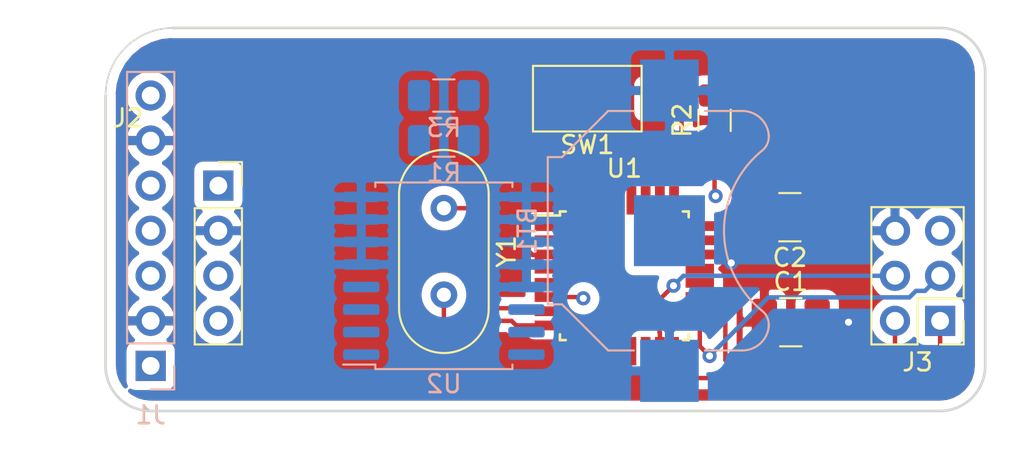
<source format=kicad_pcb>
(kicad_pcb (version 20171130) (host pcbnew "(5.1.4)-1")

  (general
    (thickness 1.6)
    (drawings 8)
    (tracks 92)
    (zones 0)
    (modules 13)
    (nets 37)
  )

  (page A4)
  (layers
    (0 F.Cu signal)
    (1 In1.Cu signal)
    (2 In2.Cu signal)
    (31 B.Cu signal)
    (32 B.Adhes user)
    (33 F.Adhes user)
    (34 B.Paste user)
    (35 F.Paste user)
    (36 B.SilkS user)
    (37 F.SilkS user)
    (38 B.Mask user)
    (39 F.Mask user)
    (40 Dwgs.User user)
    (41 Cmts.User user)
    (42 Eco1.User user)
    (43 Eco2.User user)
    (44 Edge.Cuts user)
    (45 Margin user)
    (46 B.CrtYd user)
    (47 F.CrtYd user)
    (48 B.Fab user)
    (49 F.Fab user)
  )

  (setup
    (last_trace_width 0.25)
    (trace_clearance 0.2)
    (zone_clearance 0.508)
    (zone_45_only no)
    (trace_min 0.2)
    (via_size 0.8)
    (via_drill 0.4)
    (via_min_size 0.4)
    (via_min_drill 0.3)
    (uvia_size 0.3)
    (uvia_drill 0.1)
    (uvias_allowed yes)
    (uvia_min_size 0.2)
    (uvia_min_drill 0.1)
    (edge_width 0.1)
    (segment_width 0.2)
    (pcb_text_width 0.3)
    (pcb_text_size 1.5 1.5)
    (mod_edge_width 0.15)
    (mod_text_size 1 1)
    (mod_text_width 0.15)
    (pad_size 1.524 1.524)
    (pad_drill 0.762)
    (pad_to_mask_clearance 0)
    (aux_axis_origin 0 0)
    (visible_elements FFFEF73F)
    (pcbplotparams
      (layerselection 0x010fc_ffffffff)
      (usegerberextensions false)
      (usegerberattributes false)
      (usegerberadvancedattributes false)
      (creategerberjobfile false)
      (excludeedgelayer true)
      (linewidth 0.100000)
      (plotframeref false)
      (viasonmask false)
      (mode 1)
      (useauxorigin false)
      (hpglpennumber 1)
      (hpglpenspeed 20)
      (hpglpendiameter 15.000000)
      (psnegative false)
      (psa4output false)
      (plotreference true)
      (plotvalue true)
      (plotinvisibletext false)
      (padsonsilk false)
      (subtractmaskfromsilk false)
      (outputformat 1)
      (mirror false)
      (drillshape 1)
      (scaleselection 1)
      (outputdirectory ""))
  )

  (net 0 "")
  (net 1 GND)
  (net 2 "Net-(BT1-Pad2)")
  (net 3 "Net-(C1-Pad2)")
  (net 4 "Net-(C2-Pad1)")
  (net 5 VCC)
  (net 6 TX)
  (net 7 RX)
  (net 8 "Net-(J1-Pad7)")
  (net 9 VCC2)
  (net 10 SCL)
  (net 11 SDA)
  (net 12 RST)
  (net 13 D13)
  (net 14 D11)
  (net 15 D12)
  (net 16 "Net-(R1-Pad1)")
  (net 17 "Net-(U1-Pad1)")
  (net 18 con)
  (net 19 "Net-(U1-Pad7)")
  (net 20 "Net-(U1-Pad9)")
  (net 21 DIG6)
  (net 22 "Net-(U1-Pad11)")
  (net 23 "Net-(U1-Pad12)")
  (net 24 "Net-(U1-Pad13)")
  (net 25 "Net-(U1-Pad14)")
  (net 26 "Net-(U1-Pad19)")
  (net 27 "Net-(U1-Pad20)")
  (net 28 "Net-(U1-Pad22)")
  (net 29 "Net-(U1-Pad23)")
  (net 30 "Net-(U1-Pad24)")
  (net 31 "Net-(U1-Pad25)")
  (net 32 "Net-(U1-Pad26)")
  (net 33 "Net-(U1-Pad32)")
  (net 34 "Net-(U2-Pad1)")
  (net 35 "Net-(U2-Pad3)")
  (net 36 "Net-(U2-Pad4)")

  (net_class Default "This is the default net class."
    (clearance 0.2)
    (trace_width 0.25)
    (via_dia 0.8)
    (via_drill 0.4)
    (uvia_dia 0.3)
    (uvia_drill 0.1)
    (add_net D11)
    (add_net D12)
    (add_net D13)
    (add_net DIG6)
    (add_net GND)
    (add_net "Net-(BT1-Pad2)")
    (add_net "Net-(C1-Pad2)")
    (add_net "Net-(C2-Pad1)")
    (add_net "Net-(J1-Pad7)")
    (add_net "Net-(R1-Pad1)")
    (add_net "Net-(U1-Pad1)")
    (add_net "Net-(U1-Pad11)")
    (add_net "Net-(U1-Pad12)")
    (add_net "Net-(U1-Pad13)")
    (add_net "Net-(U1-Pad14)")
    (add_net "Net-(U1-Pad19)")
    (add_net "Net-(U1-Pad20)")
    (add_net "Net-(U1-Pad22)")
    (add_net "Net-(U1-Pad23)")
    (add_net "Net-(U1-Pad24)")
    (add_net "Net-(U1-Pad25)")
    (add_net "Net-(U1-Pad26)")
    (add_net "Net-(U1-Pad32)")
    (add_net "Net-(U1-Pad7)")
    (add_net "Net-(U1-Pad9)")
    (add_net "Net-(U2-Pad1)")
    (add_net "Net-(U2-Pad3)")
    (add_net "Net-(U2-Pad4)")
    (add_net RST)
    (add_net RX)
    (add_net SCL)
    (add_net SDA)
    (add_net TX)
    (add_net VCC)
    (add_net VCC2)
    (add_net con)
  )

  (module Connector_PinSocket_2.54mm:PinSocket_1x04_P2.54mm_Vertical (layer F.Cu) (tedit 5A19A429) (tstamp 609BA41E)
    (at 124.46 107.95)
    (descr "Through hole straight socket strip, 1x04, 2.54mm pitch, single row (from Kicad 4.0.7), script generated")
    (tags "Through hole socket strip THT 1x04 2.54mm single row")
    (path /6089B485)
    (fp_text reference J2 (at -5.08 -3.81) (layer F.SilkS)
      (effects (font (size 1 1) (thickness 0.15)))
    )
    (fp_text value SSD1306 (at -4.38 10.39) (layer F.Fab)
      (effects (font (size 1 1) (thickness 0.15)))
    )
    (fp_text user %R (at -5.775 3.81 90) (layer F.Fab)
      (effects (font (size 1 1) (thickness 0.15)))
    )
    (fp_line (start -1.8 9.4) (end -1.8 -1.8) (layer F.CrtYd) (width 0.05))
    (fp_line (start 1.75 9.4) (end -1.8 9.4) (layer F.CrtYd) (width 0.05))
    (fp_line (start 1.75 -1.8) (end 1.75 9.4) (layer F.CrtYd) (width 0.05))
    (fp_line (start -1.8 -1.8) (end 1.75 -1.8) (layer F.CrtYd) (width 0.05))
    (fp_line (start 0 -1.33) (end 1.33 -1.33) (layer F.SilkS) (width 0.12))
    (fp_line (start 1.33 -1.33) (end 1.33 0) (layer F.SilkS) (width 0.12))
    (fp_line (start 1.33 1.27) (end 1.33 8.95) (layer F.SilkS) (width 0.12))
    (fp_line (start -1.33 8.95) (end 1.33 8.95) (layer F.SilkS) (width 0.12))
    (fp_line (start -1.33 1.27) (end -1.33 8.95) (layer F.SilkS) (width 0.12))
    (fp_line (start -1.33 1.27) (end 1.33 1.27) (layer F.SilkS) (width 0.12))
    (fp_line (start -1.27 8.89) (end -1.27 -1.27) (layer F.Fab) (width 0.1))
    (fp_line (start 1.27 8.89) (end -1.27 8.89) (layer F.Fab) (width 0.1))
    (fp_line (start 1.27 -0.635) (end 1.27 8.89) (layer F.Fab) (width 0.1))
    (fp_line (start 0.635 -1.27) (end 1.27 -0.635) (layer F.Fab) (width 0.1))
    (fp_line (start -1.27 -1.27) (end 0.635 -1.27) (layer F.Fab) (width 0.1))
    (pad 4 thru_hole oval (at 0 7.62) (size 1.7 1.7) (drill 1) (layers *.Cu *.Mask)
      (net 11 SDA))
    (pad 3 thru_hole oval (at 0 5.08) (size 1.7 1.7) (drill 1) (layers *.Cu *.Mask)
      (net 10 SCL))
    (pad 2 thru_hole oval (at 0 2.54) (size 1.7 1.7) (drill 1) (layers *.Cu *.Mask)
      (net 1 GND))
    (pad 1 thru_hole rect (at 0 0) (size 1.7 1.7) (drill 1) (layers *.Cu *.Mask)
      (net 9 VCC2))
    (model ${KISYS3DMOD}/Connector_PinSocket_2.54mm.3dshapes/PinSocket_1x04_P2.54mm_Vertical.wrl
      (at (xyz 0 0 0))
      (scale (xyz 1 1 1))
      (rotate (xyz 0 0 0))
    )
  )

  (module Battery:BatteryHolder_Keystone_3000_1x12mm (layer B.Cu) (tedit 5D28A9B6) (tstamp 609BA39D)
    (at 149.86 110.49 270)
    (descr http://www.keyelco.com/product-pdf.cfm?p=777)
    (tags "Keystone type 3000 coin cell retainer")
    (path /609F0D52)
    (attr smd)
    (fp_text reference BT1 (at 0 8 90) (layer B.SilkS)
      (effects (font (size 1 1) (thickness 0.15)) (justify mirror))
    )
    (fp_text value CR1220 (at 0 -7.5 90) (layer B.Fab)
      (effects (font (size 1 1) (thickness 0.15)) (justify mirror))
    )
    (fp_text user %R (at 0 0 90) (layer B.Fab)
      (effects (font (size 1 1) (thickness 0.15)) (justify mirror))
    )
    (fp_arc (start 5.29 -4.8) (end 5.29 -6.76) (angle 90) (layer B.CrtYd) (width 0.05))
    (fp_circle (center 0 0) (end 0 -6.25) (layer Dwgs.User) (width 0.15))
    (fp_arc (start 5.29 -4.6) (end 4.5 -5.2) (angle 60) (layer B.SilkS) (width 0.12))
    (fp_arc (start -5.29 -4.6) (end -4.5 -5.2) (angle -60) (layer B.SilkS) (width 0.12))
    (fp_arc (start 0 -8.9) (end -4.5 -5.2) (angle -101) (layer B.SilkS) (width 0.12))
    (fp_arc (start 5.29 -4.6) (end 4.6 -5.1) (angle 60) (layer B.Fab) (width 0.1))
    (fp_arc (start -5.29 -4.6) (end -4.6 -5.1) (angle -60) (layer B.Fab) (width 0.1))
    (fp_arc (start 0 -8.9) (end -4.6 -5.1) (angle -101) (layer B.Fab) (width 0.1))
    (fp_arc (start -5.29 -4.8) (end -5.29 -6.76) (angle -90) (layer B.CrtYd) (width 0.05))
    (fp_arc (start 5.25 -4.1) (end 5.3 -5.6) (angle 90) (layer B.SilkS) (width 0.12))
    (fp_arc (start -5.25 -4.1) (end -5.3 -5.6) (angle -90) (layer B.SilkS) (width 0.12))
    (fp_line (start -7.25 -2.15) (end -7.25 -4.8) (layer B.CrtYd) (width 0.05))
    (fp_line (start 7.25 -2.15) (end 7.25 -4.8) (layer B.CrtYd) (width 0.05))
    (fp_line (start 6.75 -2) (end 6.75 -4.1) (layer B.SilkS) (width 0.12))
    (fp_line (start -6.75 -2) (end -6.75 -4.1) (layer B.SilkS) (width 0.12))
    (fp_arc (start 5.25 -4.1) (end 5.3 -5.45) (angle 90) (layer B.Fab) (width 0.1))
    (fp_line (start 7.25 2.15) (end 7.25 3.8) (layer B.CrtYd) (width 0.05))
    (fp_line (start 7.25 3.8) (end 4.65 6.4) (layer B.CrtYd) (width 0.05))
    (fp_line (start 4.65 6.4) (end 4.65 7.35) (layer B.CrtYd) (width 0.05))
    (fp_line (start -4.65 7.35) (end 4.65 7.35) (layer B.CrtYd) (width 0.05))
    (fp_line (start -4.65 6.4) (end -4.65 7.35) (layer B.CrtYd) (width 0.05))
    (fp_line (start -7.25 3.8) (end -4.65 6.4) (layer B.CrtYd) (width 0.05))
    (fp_line (start -7.25 2.15) (end -7.25 3.8) (layer B.CrtYd) (width 0.05))
    (fp_line (start -6.75 2) (end -6.75 3.45) (layer B.SilkS) (width 0.12))
    (fp_line (start -6.75 3.45) (end -4.15 6.05) (layer B.SilkS) (width 0.12))
    (fp_line (start -4.15 6.05) (end -4.15 6.85) (layer B.SilkS) (width 0.12))
    (fp_line (start -4.15 6.85) (end 4.15 6.85) (layer B.SilkS) (width 0.12))
    (fp_line (start 4.15 6.85) (end 4.15 6.05) (layer B.SilkS) (width 0.12))
    (fp_line (start 4.15 6.05) (end 6.75 3.45) (layer B.SilkS) (width 0.12))
    (fp_line (start 6.75 3.45) (end 6.75 2) (layer B.SilkS) (width 0.12))
    (fp_line (start -7.25 2.15) (end -10.15 2.15) (layer B.CrtYd) (width 0.05))
    (fp_line (start -10.15 2.15) (end -10.15 -2.15) (layer B.CrtYd) (width 0.05))
    (fp_line (start -10.15 -2.15) (end -7.25 -2.15) (layer B.CrtYd) (width 0.05))
    (fp_line (start 7.25 2.15) (end 10.15 2.15) (layer B.CrtYd) (width 0.05))
    (fp_line (start 10.15 2.15) (end 10.15 -2.15) (layer B.CrtYd) (width 0.05))
    (fp_line (start 10.15 -2.15) (end 7.25 -2.15) (layer B.CrtYd) (width 0.05))
    (fp_arc (start -5.25 -4.1) (end -5.3 -5.45) (angle -90) (layer B.Fab) (width 0.1))
    (fp_line (start 6.6 3.4) (end 6.6 -4.1) (layer B.Fab) (width 0.1))
    (fp_line (start -6.6 3.4) (end -6.6 -4.1) (layer B.Fab) (width 0.1))
    (fp_line (start 4 6) (end 6.6 3.4) (layer B.Fab) (width 0.1))
    (fp_line (start -4 6) (end -6.6 3.4) (layer B.Fab) (width 0.1))
    (fp_line (start 4 6.7) (end 4 6) (layer B.Fab) (width 0.1))
    (fp_line (start -4 6.7) (end -4 6) (layer B.Fab) (width 0.1))
    (fp_line (start -4 6.7) (end 4 6.7) (layer B.Fab) (width 0.1))
    (fp_line (start -5.29 -6.76) (end 5.29 -6.76) (layer B.CrtYd) (width 0.05))
    (pad 1 smd rect (at -7.9 0 270) (size 3.5 3.3) (layers B.Cu B.Paste B.Mask)
      (net 1 GND))
    (pad 1 smd rect (at 7.9 0 270) (size 3.5 3.3) (layers B.Cu B.Paste B.Mask)
      (net 1 GND))
    (pad 2 smd rect (at 0 0 270) (size 4 4) (layers B.Cu B.Paste B.Mask)
      (net 2 "Net-(BT1-Pad2)"))
    (model ${KISYS3DMOD}/Battery.3dshapes/BatteryHolder_Keystone_3000_1x12mm.wrl
      (at (xyz 0 0 0))
      (scale (xyz 1 1 1))
      (rotate (xyz 0 0 0))
    )
  )

  (module Capacitor_SMD:C_1210_3225Metric_Pad1.42x2.65mm_HandSolder (layer F.Cu) (tedit 5B301BBE) (tstamp 609BA3AE)
    (at 156.6926 115.6462)
    (descr "Capacitor SMD 1210 (3225 Metric), square (rectangular) end terminal, IPC_7351 nominal with elongated pad for handsoldering. (Body size source: http://www.tortai-tech.com/upload/download/2011102023233369053.pdf), generated with kicad-footprint-generator")
    (tags "capacitor handsolder")
    (path /6084CF3E)
    (attr smd)
    (fp_text reference C1 (at 0 -2.28) (layer F.SilkS)
      (effects (font (size 1 1) (thickness 0.15)))
    )
    (fp_text value C_Small (at 0 2.28) (layer F.Fab)
      (effects (font (size 1 1) (thickness 0.15)))
    )
    (fp_text user %R (at 0 0) (layer F.Fab)
      (effects (font (size 0.8 0.8) (thickness 0.12)))
    )
    (fp_line (start 2.45 1.58) (end -2.45 1.58) (layer F.CrtYd) (width 0.05))
    (fp_line (start 2.45 -1.58) (end 2.45 1.58) (layer F.CrtYd) (width 0.05))
    (fp_line (start -2.45 -1.58) (end 2.45 -1.58) (layer F.CrtYd) (width 0.05))
    (fp_line (start -2.45 1.58) (end -2.45 -1.58) (layer F.CrtYd) (width 0.05))
    (fp_line (start -0.602064 1.36) (end 0.602064 1.36) (layer F.SilkS) (width 0.12))
    (fp_line (start -0.602064 -1.36) (end 0.602064 -1.36) (layer F.SilkS) (width 0.12))
    (fp_line (start 1.6 1.25) (end -1.6 1.25) (layer F.Fab) (width 0.1))
    (fp_line (start 1.6 -1.25) (end 1.6 1.25) (layer F.Fab) (width 0.1))
    (fp_line (start -1.6 -1.25) (end 1.6 -1.25) (layer F.Fab) (width 0.1))
    (fp_line (start -1.6 1.25) (end -1.6 -1.25) (layer F.Fab) (width 0.1))
    (pad 2 smd roundrect (at 1.4875 0) (size 1.425 2.65) (layers F.Cu F.Paste F.Mask) (roundrect_rratio 0.175439)
      (net 3 "Net-(C1-Pad2)"))
    (pad 1 smd roundrect (at -1.4875 0) (size 1.425 2.65) (layers F.Cu F.Paste F.Mask) (roundrect_rratio 0.175439)
      (net 1 GND))
    (model ${KISYS3DMOD}/Capacitor_SMD.3dshapes/C_1210_3225Metric.wrl
      (at (xyz 0 0 0))
      (scale (xyz 1 1 1))
      (rotate (xyz 0 0 0))
    )
  )

  (module Capacitor_SMD:C_1210_3225Metric_Pad1.42x2.65mm_HandSolder (layer F.Cu) (tedit 5B301BBE) (tstamp 609BA3BF)
    (at 156.6418 109.728 180)
    (descr "Capacitor SMD 1210 (3225 Metric), square (rectangular) end terminal, IPC_7351 nominal with elongated pad for handsoldering. (Body size source: http://www.tortai-tech.com/upload/download/2011102023233369053.pdf), generated with kicad-footprint-generator")
    (tags "capacitor handsolder")
    (path /6084D829)
    (attr smd)
    (fp_text reference C2 (at 0 -2.28) (layer F.SilkS)
      (effects (font (size 1 1) (thickness 0.15)))
    )
    (fp_text value C_Small (at 0 2.28) (layer F.Fab)
      (effects (font (size 1 1) (thickness 0.15)))
    )
    (fp_text user %R (at 0 0) (layer F.Fab)
      (effects (font (size 0.8 0.8) (thickness 0.12)))
    )
    (fp_line (start 2.45 1.58) (end -2.45 1.58) (layer F.CrtYd) (width 0.05))
    (fp_line (start 2.45 -1.58) (end 2.45 1.58) (layer F.CrtYd) (width 0.05))
    (fp_line (start -2.45 -1.58) (end 2.45 -1.58) (layer F.CrtYd) (width 0.05))
    (fp_line (start -2.45 1.58) (end -2.45 -1.58) (layer F.CrtYd) (width 0.05))
    (fp_line (start -0.602064 1.36) (end 0.602064 1.36) (layer F.SilkS) (width 0.12))
    (fp_line (start -0.602064 -1.36) (end 0.602064 -1.36) (layer F.SilkS) (width 0.12))
    (fp_line (start 1.6 1.25) (end -1.6 1.25) (layer F.Fab) (width 0.1))
    (fp_line (start 1.6 -1.25) (end 1.6 1.25) (layer F.Fab) (width 0.1))
    (fp_line (start -1.6 -1.25) (end 1.6 -1.25) (layer F.Fab) (width 0.1))
    (fp_line (start -1.6 1.25) (end -1.6 -1.25) (layer F.Fab) (width 0.1))
    (pad 2 smd roundrect (at 1.4875 0 180) (size 1.425 2.65) (layers F.Cu F.Paste F.Mask) (roundrect_rratio 0.175439)
      (net 1 GND))
    (pad 1 smd roundrect (at -1.4875 0 180) (size 1.425 2.65) (layers F.Cu F.Paste F.Mask) (roundrect_rratio 0.175439)
      (net 4 "Net-(C2-Pad1)"))
    (model ${KISYS3DMOD}/Capacitor_SMD.3dshapes/C_1210_3225Metric.wrl
      (at (xyz 0 0 0))
      (scale (xyz 1 1 1))
      (rotate (xyz 0 0 0))
    )
  )

  (module Connector_PinSocket_2.54mm:PinSocket_1x07_P2.54mm_Vertical (layer B.Cu) (tedit 5A19A433) (tstamp 609BA3DA)
    (at 120.65 118.11)
    (descr "Through hole straight socket strip, 1x07, 2.54mm pitch, single row (from Kicad 4.0.7), script generated")
    (tags "Through hole socket strip THT 1x07 2.54mm single row")
    (path /6087901A)
    (fp_text reference J1 (at 0 2.77) (layer B.SilkS)
      (effects (font (size 1 1) (thickness 0.15)) (justify mirror))
    )
    (fp_text value "SIM 800" (at 0 -18.01) (layer B.Fab)
      (effects (font (size 1 1) (thickness 0.15)) (justify mirror))
    )
    (fp_line (start -1.27 1.27) (end 0.635 1.27) (layer B.Fab) (width 0.1))
    (fp_line (start 0.635 1.27) (end 1.27 0.635) (layer B.Fab) (width 0.1))
    (fp_line (start 1.27 0.635) (end 1.27 -16.51) (layer B.Fab) (width 0.1))
    (fp_line (start 1.27 -16.51) (end -1.27 -16.51) (layer B.Fab) (width 0.1))
    (fp_line (start -1.27 -16.51) (end -1.27 1.27) (layer B.Fab) (width 0.1))
    (fp_line (start -1.33 -1.27) (end 1.33 -1.27) (layer B.SilkS) (width 0.12))
    (fp_line (start -1.33 -1.27) (end -1.33 -16.57) (layer B.SilkS) (width 0.12))
    (fp_line (start -1.33 -16.57) (end 1.33 -16.57) (layer B.SilkS) (width 0.12))
    (fp_line (start 1.33 -1.27) (end 1.33 -16.57) (layer B.SilkS) (width 0.12))
    (fp_line (start 1.33 1.33) (end 1.33 0) (layer B.SilkS) (width 0.12))
    (fp_line (start 0 1.33) (end 1.33 1.33) (layer B.SilkS) (width 0.12))
    (fp_line (start -1.8 1.8) (end 1.75 1.8) (layer B.CrtYd) (width 0.05))
    (fp_line (start 1.75 1.8) (end 1.75 -17) (layer B.CrtYd) (width 0.05))
    (fp_line (start 1.75 -17) (end -1.8 -17) (layer B.CrtYd) (width 0.05))
    (fp_line (start -1.8 -17) (end -1.8 1.8) (layer B.CrtYd) (width 0.05))
    (fp_text user %R (at 0 -7.62 -90) (layer B.Fab)
      (effects (font (size 1 1) (thickness 0.15)) (justify mirror))
    )
    (pad 1 thru_hole rect (at 0 0) (size 1.7 1.7) (drill 1) (layers *.Cu *.Mask)
      (net 5 VCC))
    (pad 2 thru_hole oval (at 0 -2.54) (size 1.7 1.7) (drill 1) (layers *.Cu *.Mask)
      (net 1 GND))
    (pad 3 thru_hole oval (at 0 -5.08) (size 1.7 1.7) (drill 1) (layers *.Cu *.Mask)
      (net 5 VCC))
    (pad 4 thru_hole oval (at 0 -7.62) (size 1.7 1.7) (drill 1) (layers *.Cu *.Mask)
      (net 6 TX))
    (pad 5 thru_hole oval (at 0 -10.16) (size 1.7 1.7) (drill 1) (layers *.Cu *.Mask)
      (net 7 RX))
    (pad 6 thru_hole oval (at 0 -12.7) (size 1.7 1.7) (drill 1) (layers *.Cu *.Mask)
      (net 1 GND))
    (pad 7 thru_hole oval (at 0 -15.24) (size 1.7 1.7) (drill 1) (layers *.Cu *.Mask)
      (net 8 "Net-(J1-Pad7)"))
    (model ${KISYS3DMOD}/Connector_PinSocket_2.54mm.3dshapes/PinSocket_1x07_P2.54mm_Vertical.wrl
      (at (xyz 0 0 0))
      (scale (xyz 1 1 1))
      (rotate (xyz 0 0 0))
    )
  )

  (module Connector_PinHeader_2.54mm:PinHeader_2x03_P2.54mm_Vertical (layer F.Cu) (tedit 59FED5CC) (tstamp 609BA43A)
    (at 165.1 115.57 180)
    (descr "Through hole straight pin header, 2x03, 2.54mm pitch, double rows")
    (tags "Through hole pin header THT 2x03 2.54mm double row")
    (path /609DB0F6)
    (fp_text reference J3 (at 1.27 -2.33) (layer F.SilkS)
      (effects (font (size 1 1) (thickness 0.15)))
    )
    (fp_text value "AVR ISP" (at 1.27 7.41) (layer F.Fab)
      (effects (font (size 1 1) (thickness 0.15)))
    )
    (fp_line (start 0 -1.27) (end 3.81 -1.27) (layer F.Fab) (width 0.1))
    (fp_line (start 3.81 -1.27) (end 3.81 6.35) (layer F.Fab) (width 0.1))
    (fp_line (start 3.81 6.35) (end -1.27 6.35) (layer F.Fab) (width 0.1))
    (fp_line (start -1.27 6.35) (end -1.27 0) (layer F.Fab) (width 0.1))
    (fp_line (start -1.27 0) (end 0 -1.27) (layer F.Fab) (width 0.1))
    (fp_line (start -1.33 6.41) (end 3.87 6.41) (layer F.SilkS) (width 0.12))
    (fp_line (start -1.33 1.27) (end -1.33 6.41) (layer F.SilkS) (width 0.12))
    (fp_line (start 3.87 -1.33) (end 3.87 6.41) (layer F.SilkS) (width 0.12))
    (fp_line (start -1.33 1.27) (end 1.27 1.27) (layer F.SilkS) (width 0.12))
    (fp_line (start 1.27 1.27) (end 1.27 -1.33) (layer F.SilkS) (width 0.12))
    (fp_line (start 1.27 -1.33) (end 3.87 -1.33) (layer F.SilkS) (width 0.12))
    (fp_line (start -1.33 0) (end -1.33 -1.33) (layer F.SilkS) (width 0.12))
    (fp_line (start -1.33 -1.33) (end 0 -1.33) (layer F.SilkS) (width 0.12))
    (fp_line (start -1.8 -1.8) (end -1.8 6.85) (layer F.CrtYd) (width 0.05))
    (fp_line (start -1.8 6.85) (end 4.35 6.85) (layer F.CrtYd) (width 0.05))
    (fp_line (start 4.35 6.85) (end 4.35 -1.8) (layer F.CrtYd) (width 0.05))
    (fp_line (start 4.35 -1.8) (end -1.8 -1.8) (layer F.CrtYd) (width 0.05))
    (fp_text user %R (at 1.27 2.54 90) (layer F.Fab)
      (effects (font (size 1 1) (thickness 0.15)))
    )
    (pad 1 thru_hole rect (at 0 0 180) (size 1.7 1.7) (drill 1) (layers *.Cu *.Mask)
      (net 15 D12))
    (pad 2 thru_hole oval (at 2.54 0 180) (size 1.7 1.7) (drill 1) (layers *.Cu *.Mask)
      (net 5 VCC))
    (pad 3 thru_hole oval (at 0 2.54 180) (size 1.7 1.7) (drill 1) (layers *.Cu *.Mask)
      (net 13 D13))
    (pad 4 thru_hole oval (at 2.54 2.54 180) (size 1.7 1.7) (drill 1) (layers *.Cu *.Mask)
      (net 14 D11))
    (pad 5 thru_hole oval (at 0 5.08 180) (size 1.7 1.7) (drill 1) (layers *.Cu *.Mask)
      (net 12 RST))
    (pad 6 thru_hole oval (at 2.54 5.08 180) (size 1.7 1.7) (drill 1) (layers *.Cu *.Mask)
      (net 1 GND))
    (model ${KISYS3DMOD}/Connector_PinHeader_2.54mm.3dshapes/PinHeader_2x03_P2.54mm_Vertical.wrl
      (at (xyz 0 0 0))
      (scale (xyz 1 1 1))
      (rotate (xyz 0 0 0))
    )
  )

  (module Resistor_SMD:R_1206_3216Metric (layer B.Cu) (tedit 5B301BBD) (tstamp 609BA44B)
    (at 137.16 105.41)
    (descr "Resistor SMD 1206 (3216 Metric), square (rectangular) end terminal, IPC_7351 nominal, (Body size source: http://www.tortai-tech.com/upload/download/2011102023233369053.pdf), generated with kicad-footprint-generator")
    (tags resistor)
    (path /609F2162)
    (attr smd)
    (fp_text reference R1 (at 0 1.82) (layer B.SilkS)
      (effects (font (size 1 1) (thickness 0.15)) (justify mirror))
    )
    (fp_text value R (at 0 -1.82) (layer B.Fab)
      (effects (font (size 1 1) (thickness 0.15)) (justify mirror))
    )
    (fp_text user %R (at 0 0) (layer B.Fab)
      (effects (font (size 0.8 0.8) (thickness 0.12)) (justify mirror))
    )
    (fp_line (start 2.28 -1.12) (end -2.28 -1.12) (layer B.CrtYd) (width 0.05))
    (fp_line (start 2.28 1.12) (end 2.28 -1.12) (layer B.CrtYd) (width 0.05))
    (fp_line (start -2.28 1.12) (end 2.28 1.12) (layer B.CrtYd) (width 0.05))
    (fp_line (start -2.28 -1.12) (end -2.28 1.12) (layer B.CrtYd) (width 0.05))
    (fp_line (start -0.602064 -0.91) (end 0.602064 -0.91) (layer B.SilkS) (width 0.12))
    (fp_line (start -0.602064 0.91) (end 0.602064 0.91) (layer B.SilkS) (width 0.12))
    (fp_line (start 1.6 -0.8) (end -1.6 -0.8) (layer B.Fab) (width 0.1))
    (fp_line (start 1.6 0.8) (end 1.6 -0.8) (layer B.Fab) (width 0.1))
    (fp_line (start -1.6 0.8) (end 1.6 0.8) (layer B.Fab) (width 0.1))
    (fp_line (start -1.6 -0.8) (end -1.6 0.8) (layer B.Fab) (width 0.1))
    (pad 2 smd roundrect (at 1.4 0) (size 1.25 1.75) (layers B.Cu B.Paste B.Mask) (roundrect_rratio 0.2)
      (net 11 SDA))
    (pad 1 smd roundrect (at -1.4 0) (size 1.25 1.75) (layers B.Cu B.Paste B.Mask) (roundrect_rratio 0.2)
      (net 16 "Net-(R1-Pad1)"))
    (model ${KISYS3DMOD}/Resistor_SMD.3dshapes/R_1206_3216Metric.wrl
      (at (xyz 0 0 0))
      (scale (xyz 1 1 1))
      (rotate (xyz 0 0 0))
    )
  )

  (module Resistor_SMD:R_1206_3216Metric (layer F.Cu) (tedit 5B301BBD) (tstamp 609BA45C)
    (at 152.4 104.27 90)
    (descr "Resistor SMD 1206 (3216 Metric), square (rectangular) end terminal, IPC_7351 nominal, (Body size source: http://www.tortai-tech.com/upload/download/2011102023233369053.pdf), generated with kicad-footprint-generator")
    (tags resistor)
    (path /608602B5)
    (attr smd)
    (fp_text reference R2 (at 0 -1.82 90) (layer F.SilkS)
      (effects (font (size 1 1) (thickness 0.15)))
    )
    (fp_text value R_Small (at 0 1.82 90) (layer F.Fab)
      (effects (font (size 1 1) (thickness 0.15)))
    )
    (fp_line (start -1.6 0.8) (end -1.6 -0.8) (layer F.Fab) (width 0.1))
    (fp_line (start -1.6 -0.8) (end 1.6 -0.8) (layer F.Fab) (width 0.1))
    (fp_line (start 1.6 -0.8) (end 1.6 0.8) (layer F.Fab) (width 0.1))
    (fp_line (start 1.6 0.8) (end -1.6 0.8) (layer F.Fab) (width 0.1))
    (fp_line (start -0.602064 -0.91) (end 0.602064 -0.91) (layer F.SilkS) (width 0.12))
    (fp_line (start -0.602064 0.91) (end 0.602064 0.91) (layer F.SilkS) (width 0.12))
    (fp_line (start -2.28 1.12) (end -2.28 -1.12) (layer F.CrtYd) (width 0.05))
    (fp_line (start -2.28 -1.12) (end 2.28 -1.12) (layer F.CrtYd) (width 0.05))
    (fp_line (start 2.28 -1.12) (end 2.28 1.12) (layer F.CrtYd) (width 0.05))
    (fp_line (start 2.28 1.12) (end -2.28 1.12) (layer F.CrtYd) (width 0.05))
    (fp_text user %R (at 0 0 90) (layer F.Fab)
      (effects (font (size 0.8 0.8) (thickness 0.12)))
    )
    (pad 1 smd roundrect (at -1.4 0 90) (size 1.25 1.75) (layers F.Cu F.Paste F.Mask) (roundrect_rratio 0.2)
      (net 5 VCC))
    (pad 2 smd roundrect (at 1.4 0 90) (size 1.25 1.75) (layers F.Cu F.Paste F.Mask) (roundrect_rratio 0.2)
      (net 12 RST))
    (model ${KISYS3DMOD}/Resistor_SMD.3dshapes/R_1206_3216Metric.wrl
      (at (xyz 0 0 0))
      (scale (xyz 1 1 1))
      (rotate (xyz 0 0 0))
    )
  )

  (module Resistor_SMD:R_1206_3216Metric (layer B.Cu) (tedit 5B301BBD) (tstamp 609BA46D)
    (at 137.16 102.87)
    (descr "Resistor SMD 1206 (3216 Metric), square (rectangular) end terminal, IPC_7351 nominal, (Body size source: http://www.tortai-tech.com/upload/download/2011102023233369053.pdf), generated with kicad-footprint-generator")
    (tags resistor)
    (path /609F28FC)
    (attr smd)
    (fp_text reference R3 (at 0 1.82) (layer B.SilkS)
      (effects (font (size 1 1) (thickness 0.15)) (justify mirror))
    )
    (fp_text value R (at 0 -1.82) (layer B.Fab)
      (effects (font (size 1 1) (thickness 0.15)) (justify mirror))
    )
    (fp_line (start -1.6 -0.8) (end -1.6 0.8) (layer B.Fab) (width 0.1))
    (fp_line (start -1.6 0.8) (end 1.6 0.8) (layer B.Fab) (width 0.1))
    (fp_line (start 1.6 0.8) (end 1.6 -0.8) (layer B.Fab) (width 0.1))
    (fp_line (start 1.6 -0.8) (end -1.6 -0.8) (layer B.Fab) (width 0.1))
    (fp_line (start -0.602064 0.91) (end 0.602064 0.91) (layer B.SilkS) (width 0.12))
    (fp_line (start -0.602064 -0.91) (end 0.602064 -0.91) (layer B.SilkS) (width 0.12))
    (fp_line (start -2.28 -1.12) (end -2.28 1.12) (layer B.CrtYd) (width 0.05))
    (fp_line (start -2.28 1.12) (end 2.28 1.12) (layer B.CrtYd) (width 0.05))
    (fp_line (start 2.28 1.12) (end 2.28 -1.12) (layer B.CrtYd) (width 0.05))
    (fp_line (start 2.28 -1.12) (end -2.28 -1.12) (layer B.CrtYd) (width 0.05))
    (fp_text user %R (at 0 0) (layer B.Fab)
      (effects (font (size 0.8 0.8) (thickness 0.12)) (justify mirror))
    )
    (pad 1 smd roundrect (at -1.4 0) (size 1.25 1.75) (layers B.Cu B.Paste B.Mask) (roundrect_rratio 0.2)
      (net 16 "Net-(R1-Pad1)"))
    (pad 2 smd roundrect (at 1.4 0) (size 1.25 1.75) (layers B.Cu B.Paste B.Mask) (roundrect_rratio 0.2)
      (net 10 SCL))
    (model ${KISYS3DMOD}/Resistor_SMD.3dshapes/R_1206_3216Metric.wrl
      (at (xyz 0 0 0))
      (scale (xyz 1 1 1))
      (rotate (xyz 0 0 0))
    )
  )

  (module Button_Switch_SMD:SW_SPST_CK_RS282G05A3 (layer F.Cu) (tedit 5A7A67D2) (tstamp 609BA488)
    (at 145.2372 103.0478 180)
    (descr https://www.mouser.com/ds/2/60/RS-282G05A-SM_RT-1159762.pdf)
    (tags "SPST button tactile switch")
    (path /60862D90)
    (attr smd)
    (fp_text reference SW1 (at 0 -2.6) (layer F.SilkS)
      (effects (font (size 1 1) (thickness 0.15)))
    )
    (fp_text value SW_Push_Open (at 0 3) (layer F.Fab)
      (effects (font (size 1 1) (thickness 0.15)))
    )
    (fp_line (start -4.9 2.05) (end -4.9 -2.05) (layer F.CrtYd) (width 0.05))
    (fp_line (start 4.9 2.05) (end -4.9 2.05) (layer F.CrtYd) (width 0.05))
    (fp_line (start 4.9 -2.05) (end 4.9 2.05) (layer F.CrtYd) (width 0.05))
    (fp_line (start -4.9 -2.05) (end 4.9 -2.05) (layer F.CrtYd) (width 0.05))
    (fp_text user %R (at 0 -2.6) (layer F.Fab)
      (effects (font (size 1 1) (thickness 0.15)))
    )
    (fp_line (start -1.75 -1) (end 1.75 -1) (layer F.Fab) (width 0.1))
    (fp_line (start 1.75 -1) (end 1.75 1) (layer F.Fab) (width 0.1))
    (fp_line (start 1.75 1) (end -1.75 1) (layer F.Fab) (width 0.1))
    (fp_line (start -1.75 1) (end -1.75 -1) (layer F.Fab) (width 0.1))
    (fp_line (start -3.06 -1.85) (end 3.06 -1.85) (layer F.SilkS) (width 0.12))
    (fp_line (start 3.06 -1.85) (end 3.06 1.85) (layer F.SilkS) (width 0.12))
    (fp_line (start 3.06 1.85) (end -3.06 1.85) (layer F.SilkS) (width 0.12))
    (fp_line (start -3.06 1.85) (end -3.06 -1.85) (layer F.SilkS) (width 0.12))
    (fp_line (start -1.5 0.8) (end 1.5 0.8) (layer F.Fab) (width 0.1))
    (fp_line (start -1.5 -0.8) (end 1.5 -0.8) (layer F.Fab) (width 0.1))
    (fp_line (start 1.5 -0.8) (end 1.5 0.8) (layer F.Fab) (width 0.1))
    (fp_line (start -1.5 -0.8) (end -1.5 0.8) (layer F.Fab) (width 0.1))
    (fp_line (start -3 1.8) (end 3 1.8) (layer F.Fab) (width 0.1))
    (fp_line (start -3 -1.8) (end 3 -1.8) (layer F.Fab) (width 0.1))
    (fp_line (start -3 -1.8) (end -3 1.8) (layer F.Fab) (width 0.1))
    (fp_line (start 3 -1.8) (end 3 1.8) (layer F.Fab) (width 0.1))
    (pad 1 smd rect (at -3.9 0 180) (size 1.5 1.5) (layers F.Cu F.Paste F.Mask)
      (net 12 RST))
    (pad 2 smd rect (at 3.9 0 180) (size 1.5 1.5) (layers F.Cu F.Paste F.Mask)
      (net 1 GND))
    (model ${KISYS3DMOD}/Button_Switch_SMD.3dshapes/SW_SPST_CK_RS282G05A3.wrl
      (at (xyz 0 0 0))
      (scale (xyz 1 1 1))
      (rotate (xyz 0 0 0))
    )
  )

  (module Package_QFP:TQFP-32_7x7mm_P0.8mm (layer F.Cu) (tedit 5A02F146) (tstamp 609BA4BF)
    (at 147.32 113.03)
    (descr "32-Lead Plastic Thin Quad Flatpack (PT) - 7x7x1.0 mm Body, 2.00 mm [TQFP] (see Microchip Packaging Specification 00000049BS.pdf)")
    (tags "QFP 0.8")
    (path /608477A3)
    (attr smd)
    (fp_text reference U1 (at 0 -6.05) (layer F.SilkS)
      (effects (font (size 1 1) (thickness 0.15)))
    )
    (fp_text value ATmega328P-AU (at 0 6.05) (layer F.Fab)
      (effects (font (size 1 1) (thickness 0.15)))
    )
    (fp_text user %R (at 0 0) (layer F.Fab)
      (effects (font (size 1 1) (thickness 0.15)))
    )
    (fp_line (start -2.5 -3.5) (end 3.5 -3.5) (layer F.Fab) (width 0.15))
    (fp_line (start 3.5 -3.5) (end 3.5 3.5) (layer F.Fab) (width 0.15))
    (fp_line (start 3.5 3.5) (end -3.5 3.5) (layer F.Fab) (width 0.15))
    (fp_line (start -3.5 3.5) (end -3.5 -2.5) (layer F.Fab) (width 0.15))
    (fp_line (start -3.5 -2.5) (end -2.5 -3.5) (layer F.Fab) (width 0.15))
    (fp_line (start -5.3 -5.3) (end -5.3 5.3) (layer F.CrtYd) (width 0.05))
    (fp_line (start 5.3 -5.3) (end 5.3 5.3) (layer F.CrtYd) (width 0.05))
    (fp_line (start -5.3 -5.3) (end 5.3 -5.3) (layer F.CrtYd) (width 0.05))
    (fp_line (start -5.3 5.3) (end 5.3 5.3) (layer F.CrtYd) (width 0.05))
    (fp_line (start -3.625 -3.625) (end -3.625 -3.4) (layer F.SilkS) (width 0.15))
    (fp_line (start 3.625 -3.625) (end 3.625 -3.3) (layer F.SilkS) (width 0.15))
    (fp_line (start 3.625 3.625) (end 3.625 3.3) (layer F.SilkS) (width 0.15))
    (fp_line (start -3.625 3.625) (end -3.625 3.3) (layer F.SilkS) (width 0.15))
    (fp_line (start -3.625 -3.625) (end -3.3 -3.625) (layer F.SilkS) (width 0.15))
    (fp_line (start -3.625 3.625) (end -3.3 3.625) (layer F.SilkS) (width 0.15))
    (fp_line (start 3.625 3.625) (end 3.3 3.625) (layer F.SilkS) (width 0.15))
    (fp_line (start 3.625 -3.625) (end 3.3 -3.625) (layer F.SilkS) (width 0.15))
    (fp_line (start -3.625 -3.4) (end -5.05 -3.4) (layer F.SilkS) (width 0.15))
    (pad 1 smd rect (at -4.25 -2.8) (size 1.6 0.55) (layers F.Cu F.Paste F.Mask)
      (net 17 "Net-(U1-Pad1)"))
    (pad 2 smd rect (at -4.25 -2) (size 1.6 0.55) (layers F.Cu F.Paste F.Mask)
      (net 18 con))
    (pad 3 smd rect (at -4.25 -1.2) (size 1.6 0.55) (layers F.Cu F.Paste F.Mask)
      (net 1 GND))
    (pad 4 smd rect (at -4.25 -0.4) (size 1.6 0.55) (layers F.Cu F.Paste F.Mask)
      (net 5 VCC))
    (pad 5 smd rect (at -4.25 0.4) (size 1.6 0.55) (layers F.Cu F.Paste F.Mask)
      (net 1 GND))
    (pad 6 smd rect (at -4.25 1.2) (size 1.6 0.55) (layers F.Cu F.Paste F.Mask)
      (net 5 VCC))
    (pad 7 smd rect (at -4.25 2) (size 1.6 0.55) (layers F.Cu F.Paste F.Mask)
      (net 19 "Net-(U1-Pad7)"))
    (pad 8 smd rect (at -4.25 2.8) (size 1.6 0.55) (layers F.Cu F.Paste F.Mask)
      (net 4 "Net-(C2-Pad1)"))
    (pad 9 smd rect (at -2.8 4.25 90) (size 1.6 0.55) (layers F.Cu F.Paste F.Mask)
      (net 20 "Net-(U1-Pad9)"))
    (pad 10 smd rect (at -2 4.25 90) (size 1.6 0.55) (layers F.Cu F.Paste F.Mask)
      (net 21 DIG6))
    (pad 11 smd rect (at -1.2 4.25 90) (size 1.6 0.55) (layers F.Cu F.Paste F.Mask)
      (net 22 "Net-(U1-Pad11)"))
    (pad 12 smd rect (at -0.4 4.25 90) (size 1.6 0.55) (layers F.Cu F.Paste F.Mask)
      (net 23 "Net-(U1-Pad12)"))
    (pad 13 smd rect (at 0.4 4.25 90) (size 1.6 0.55) (layers F.Cu F.Paste F.Mask)
      (net 24 "Net-(U1-Pad13)"))
    (pad 14 smd rect (at 1.2 4.25 90) (size 1.6 0.55) (layers F.Cu F.Paste F.Mask)
      (net 25 "Net-(U1-Pad14)"))
    (pad 15 smd rect (at 2 4.25 90) (size 1.6 0.55) (layers F.Cu F.Paste F.Mask)
      (net 14 D11))
    (pad 16 smd rect (at 2.8 4.25 90) (size 1.6 0.55) (layers F.Cu F.Paste F.Mask)
      (net 15 D12))
    (pad 17 smd rect (at 4.25 2.8) (size 1.6 0.55) (layers F.Cu F.Paste F.Mask)
      (net 13 D13))
    (pad 18 smd rect (at 4.25 2) (size 1.6 0.55) (layers F.Cu F.Paste F.Mask)
      (net 5 VCC))
    (pad 19 smd rect (at 4.25 1.2) (size 1.6 0.55) (layers F.Cu F.Paste F.Mask)
      (net 26 "Net-(U1-Pad19)"))
    (pad 20 smd rect (at 4.25 0.4) (size 1.6 0.55) (layers F.Cu F.Paste F.Mask)
      (net 27 "Net-(U1-Pad20)"))
    (pad 21 smd rect (at 4.25 -0.4) (size 1.6 0.55) (layers F.Cu F.Paste F.Mask)
      (net 1 GND))
    (pad 22 smd rect (at 4.25 -1.2) (size 1.6 0.55) (layers F.Cu F.Paste F.Mask)
      (net 28 "Net-(U1-Pad22)"))
    (pad 23 smd rect (at 4.25 -2) (size 1.6 0.55) (layers F.Cu F.Paste F.Mask)
      (net 29 "Net-(U1-Pad23)"))
    (pad 24 smd rect (at 4.25 -2.8) (size 1.6 0.55) (layers F.Cu F.Paste F.Mask)
      (net 30 "Net-(U1-Pad24)"))
    (pad 25 smd rect (at 2.8 -4.25 90) (size 1.6 0.55) (layers F.Cu F.Paste F.Mask)
      (net 31 "Net-(U1-Pad25)"))
    (pad 26 smd rect (at 2 -4.25 90) (size 1.6 0.55) (layers F.Cu F.Paste F.Mask)
      (net 32 "Net-(U1-Pad26)"))
    (pad 27 smd rect (at 1.2 -4.25 90) (size 1.6 0.55) (layers F.Cu F.Paste F.Mask)
      (net 11 SDA))
    (pad 28 smd rect (at 0.4 -4.25 90) (size 1.6 0.55) (layers F.Cu F.Paste F.Mask)
      (net 10 SCL))
    (pad 29 smd rect (at -0.4 -4.25 90) (size 1.6 0.55) (layers F.Cu F.Paste F.Mask)
      (net 12 RST))
    (pad 30 smd rect (at -1.2 -4.25 90) (size 1.6 0.55) (layers F.Cu F.Paste F.Mask)
      (net 7 RX))
    (pad 31 smd rect (at -2 -4.25 90) (size 1.6 0.55) (layers F.Cu F.Paste F.Mask)
      (net 6 TX))
    (pad 32 smd rect (at -2.8 -4.25 90) (size 1.6 0.55) (layers F.Cu F.Paste F.Mask)
      (net 33 "Net-(U1-Pad32)"))
    (model ${KISYS3DMOD}/Package_QFP.3dshapes/TQFP-32_7x7mm_P0.8mm.wrl
      (at (xyz 0 0 0))
      (scale (xyz 1 1 1))
      (rotate (xyz 0 0 0))
    )
  )

  (module Package_SO:SOIC-16W_7.5x10.3mm_P1.27mm (layer B.Cu) (tedit 5C97300E) (tstamp 609BA4E6)
    (at 137.16 113.03)
    (descr "SOIC, 16 Pin (JEDEC MS-013AA, https://www.analog.com/media/en/package-pcb-resources/package/pkg_pdf/soic_wide-rw/rw_16.pdf), generated with kicad-footprint-generator ipc_gullwing_generator.py")
    (tags "SOIC SO")
    (path /6089C9B4)
    (attr smd)
    (fp_text reference U2 (at 0 6.1) (layer B.SilkS)
      (effects (font (size 1 1) (thickness 0.15)) (justify mirror))
    )
    (fp_text value DS3231M (at 0 -6.1) (layer B.Fab)
      (effects (font (size 1 1) (thickness 0.15)) (justify mirror))
    )
    (fp_line (start 0 -5.26) (end 3.86 -5.26) (layer B.SilkS) (width 0.12))
    (fp_line (start 3.86 -5.26) (end 3.86 -5.005) (layer B.SilkS) (width 0.12))
    (fp_line (start 0 -5.26) (end -3.86 -5.26) (layer B.SilkS) (width 0.12))
    (fp_line (start -3.86 -5.26) (end -3.86 -5.005) (layer B.SilkS) (width 0.12))
    (fp_line (start 0 5.26) (end 3.86 5.26) (layer B.SilkS) (width 0.12))
    (fp_line (start 3.86 5.26) (end 3.86 5.005) (layer B.SilkS) (width 0.12))
    (fp_line (start 0 5.26) (end -3.86 5.26) (layer B.SilkS) (width 0.12))
    (fp_line (start -3.86 5.26) (end -3.86 5.005) (layer B.SilkS) (width 0.12))
    (fp_line (start -3.86 5.005) (end -5.675 5.005) (layer B.SilkS) (width 0.12))
    (fp_line (start -2.75 5.15) (end 3.75 5.15) (layer B.Fab) (width 0.1))
    (fp_line (start 3.75 5.15) (end 3.75 -5.15) (layer B.Fab) (width 0.1))
    (fp_line (start 3.75 -5.15) (end -3.75 -5.15) (layer B.Fab) (width 0.1))
    (fp_line (start -3.75 -5.15) (end -3.75 4.15) (layer B.Fab) (width 0.1))
    (fp_line (start -3.75 4.15) (end -2.75 5.15) (layer B.Fab) (width 0.1))
    (fp_line (start -5.93 5.4) (end -5.93 -5.4) (layer B.CrtYd) (width 0.05))
    (fp_line (start -5.93 -5.4) (end 5.93 -5.4) (layer B.CrtYd) (width 0.05))
    (fp_line (start 5.93 -5.4) (end 5.93 5.4) (layer B.CrtYd) (width 0.05))
    (fp_line (start 5.93 5.4) (end -5.93 5.4) (layer B.CrtYd) (width 0.05))
    (fp_text user %R (at 0 0) (layer B.Fab)
      (effects (font (size 1 1) (thickness 0.15)) (justify mirror))
    )
    (pad 1 smd roundrect (at -4.65 4.445) (size 2.05 0.6) (layers B.Cu B.Paste B.Mask) (roundrect_rratio 0.25)
      (net 34 "Net-(U2-Pad1)"))
    (pad 2 smd roundrect (at -4.65 3.175) (size 2.05 0.6) (layers B.Cu B.Paste B.Mask) (roundrect_rratio 0.25)
      (net 5 VCC))
    (pad 3 smd roundrect (at -4.65 1.905) (size 2.05 0.6) (layers B.Cu B.Paste B.Mask) (roundrect_rratio 0.25)
      (net 35 "Net-(U2-Pad3)"))
    (pad 4 smd roundrect (at -4.65 0.635) (size 2.05 0.6) (layers B.Cu B.Paste B.Mask) (roundrect_rratio 0.25)
      (net 36 "Net-(U2-Pad4)"))
    (pad 5 smd roundrect (at -4.65 -0.635) (size 2.05 0.6) (layers B.Cu B.Paste B.Mask) (roundrect_rratio 0.25)
      (net 1 GND))
    (pad 6 smd roundrect (at -4.65 -1.905) (size 2.05 0.6) (layers B.Cu B.Paste B.Mask) (roundrect_rratio 0.25)
      (net 1 GND))
    (pad 7 smd roundrect (at -4.65 -3.175) (size 2.05 0.6) (layers B.Cu B.Paste B.Mask) (roundrect_rratio 0.25)
      (net 1 GND))
    (pad 8 smd roundrect (at -4.65 -4.445) (size 2.05 0.6) (layers B.Cu B.Paste B.Mask) (roundrect_rratio 0.25)
      (net 1 GND))
    (pad 9 smd roundrect (at 4.65 -4.445) (size 2.05 0.6) (layers B.Cu B.Paste B.Mask) (roundrect_rratio 0.25)
      (net 1 GND))
    (pad 10 smd roundrect (at 4.65 -3.175) (size 2.05 0.6) (layers B.Cu B.Paste B.Mask) (roundrect_rratio 0.25)
      (net 1 GND))
    (pad 11 smd roundrect (at 4.65 -1.905) (size 2.05 0.6) (layers B.Cu B.Paste B.Mask) (roundrect_rratio 0.25)
      (net 1 GND))
    (pad 12 smd roundrect (at 4.65 -0.635) (size 2.05 0.6) (layers B.Cu B.Paste B.Mask) (roundrect_rratio 0.25)
      (net 1 GND))
    (pad 13 smd roundrect (at 4.65 0.635) (size 2.05 0.6) (layers B.Cu B.Paste B.Mask) (roundrect_rratio 0.25)
      (net 1 GND))
    (pad 14 smd roundrect (at 4.65 1.905) (size 2.05 0.6) (layers B.Cu B.Paste B.Mask) (roundrect_rratio 0.25)
      (net 2 "Net-(BT1-Pad2)"))
    (pad 15 smd roundrect (at 4.65 3.175) (size 2.05 0.6) (layers B.Cu B.Paste B.Mask) (roundrect_rratio 0.25)
      (net 11 SDA))
    (pad 16 smd roundrect (at 4.65 4.445) (size 2.05 0.6) (layers B.Cu B.Paste B.Mask) (roundrect_rratio 0.25)
      (net 10 SCL))
    (model ${KISYS3DMOD}/Package_SO.3dshapes/SOIC-16W_7.5x10.3mm_P1.27mm.wrl
      (at (xyz 0 0 0))
      (scale (xyz 1 1 1))
      (rotate (xyz 0 0 0))
    )
  )

  (module Crystal:Crystal_HC49-4H_Vertical (layer F.Cu) (tedit 5A1AD3B7) (tstamp 609BA4FD)
    (at 137.16 109.22 270)
    (descr "Crystal THT HC-49-4H http://5hertz.com/pdfs/04404_D.pdf")
    (tags "THT crystalHC-49-4H")
    (path /6084C3FA)
    (fp_text reference Y1 (at 2.44 -3.525 90) (layer F.SilkS)
      (effects (font (size 1 1) (thickness 0.15)))
    )
    (fp_text value Crystal (at 2.44 3.525 90) (layer F.Fab)
      (effects (font (size 1 1) (thickness 0.15)))
    )
    (fp_text user %R (at 2.44 0 90) (layer F.Fab)
      (effects (font (size 1 1) (thickness 0.15)))
    )
    (fp_line (start -0.76 -2.325) (end 5.64 -2.325) (layer F.Fab) (width 0.1))
    (fp_line (start -0.76 2.325) (end 5.64 2.325) (layer F.Fab) (width 0.1))
    (fp_line (start -0.56 -2) (end 5.44 -2) (layer F.Fab) (width 0.1))
    (fp_line (start -0.56 2) (end 5.44 2) (layer F.Fab) (width 0.1))
    (fp_line (start -0.76 -2.525) (end 5.64 -2.525) (layer F.SilkS) (width 0.12))
    (fp_line (start -0.76 2.525) (end 5.64 2.525) (layer F.SilkS) (width 0.12))
    (fp_line (start -3.6 -2.8) (end -3.6 2.8) (layer F.CrtYd) (width 0.05))
    (fp_line (start -3.6 2.8) (end 8.5 2.8) (layer F.CrtYd) (width 0.05))
    (fp_line (start 8.5 2.8) (end 8.5 -2.8) (layer F.CrtYd) (width 0.05))
    (fp_line (start 8.5 -2.8) (end -3.6 -2.8) (layer F.CrtYd) (width 0.05))
    (fp_arc (start -0.76 0) (end -0.76 -2.325) (angle -180) (layer F.Fab) (width 0.1))
    (fp_arc (start 5.64 0) (end 5.64 -2.325) (angle 180) (layer F.Fab) (width 0.1))
    (fp_arc (start -0.56 0) (end -0.56 -2) (angle -180) (layer F.Fab) (width 0.1))
    (fp_arc (start 5.44 0) (end 5.44 -2) (angle 180) (layer F.Fab) (width 0.1))
    (fp_arc (start -0.76 0) (end -0.76 -2.525) (angle -180) (layer F.SilkS) (width 0.12))
    (fp_arc (start 5.64 0) (end 5.64 -2.525) (angle 180) (layer F.SilkS) (width 0.12))
    (pad 1 thru_hole circle (at 0 0 270) (size 1.5 1.5) (drill 0.8) (layers *.Cu *.Mask)
      (net 19 "Net-(U1-Pad7)"))
    (pad 2 thru_hole circle (at 4.88 0 270) (size 1.5 1.5) (drill 0.8) (layers *.Cu *.Mask)
      (net 4 "Net-(C2-Pad1)"))
    (model ${KISYS3DMOD}/Crystal.3dshapes/Crystal_HC49-4H_Vertical.wrl
      (at (xyz 0 0 0))
      (scale (xyz 1 1 1))
      (rotate (xyz 0 0 0))
    )
  )

  (gr_arc (start 121.92 102.87) (end 121.92 99.06) (angle -90) (layer Edge.Cuts) (width 0.1))
  (gr_line (start 121.92 99.06) (end 165.1 99.06) (layer Edge.Cuts) (width 0.15) (tstamp 609C094E))
  (gr_line (start 118.11 102.87) (end 118.11 118.11) (layer Edge.Cuts) (width 0.15) (tstamp 609C094D))
  (gr_line (start 120.65 120.65) (end 165.1 120.65) (layer Edge.Cuts) (width 0.15) (tstamp 609C0942))
  (gr_line (start 167.64 101.6) (end 167.64 118.11) (layer Edge.Cuts) (width 0.15) (tstamp 609C08FC))
  (gr_arc (start 120.65 118.11) (end 118.11 118.11) (angle -90) (layer Edge.Cuts) (width 0.15))
  (gr_arc (start 165.1 118.11) (end 165.1 120.65) (angle -90) (layer Edge.Cuts) (width 0.15))
  (gr_arc (start 165.1 101.6) (end 167.64 101.6) (angle -90) (layer Edge.Cuts) (width 0.15))

  (segment (start 142.1638 111.8616) (end 143.0384 111.8616) (width 0.25) (layer F.Cu) (net 1))
  (segment (start 143.0384 111.8616) (end 143.07 111.83) (width 0.25) (layer F.Cu) (net 1))
  (segment (start 141.3372 104.0478) (end 141.351 104.0616) (width 0.25) (layer F.Cu) (net 1))
  (segment (start 141.3372 103.0478) (end 141.3372 104.0478) (width 0.25) (layer F.Cu) (net 1))
  (segment (start 141.351 104.0616) (end 141.351 108.712) (width 0.25) (layer F.Cu) (net 1))
  (segment (start 141.351 108.712) (end 141.944999 109.305999) (width 0.25) (layer F.Cu) (net 1))
  (segment (start 141.944999 109.305999) (end 141.944999 111.642799) (width 0.25) (layer F.Cu) (net 1))
  (segment (start 141.944999 111.642799) (end 142.1638 111.8616) (width 0.25) (layer F.Cu) (net 1))
  (segment (start 158.1801 115.6462) (end 158.9926 115.6462) (width 0.25) (layer F.Cu) (net 3))
  (segment (start 158.9926 115.6462) (end 159.9438 115.6462) (width 0.25) (layer F.Cu) (net 3))
  (via (at 159.9438 115.6462) (size 0.8) (drill 0.4) (layers F.Cu B.Cu) (net 3))
  (segment (start 160.343799 116.046199) (end 160.343799 116.630399) (width 0.25) (layer In1.Cu) (net 3))
  (segment (start 159.9438 115.6462) (end 160.343799 116.046199) (width 0.25) (layer In1.Cu) (net 3))
  (segment (start 160.343799 116.630399) (end 160.3502 116.6368) (width 0.25) (layer In1.Cu) (net 3))
  (segment (start 160.3502 116.6368) (end 160.3502 118.0338) (width 0.25) (layer In1.Cu) (net 3))
  (segment (start 160.0962 118.2878) (end 137.541 118.2878) (width 0.25) (layer In1.Cu) (net 3))
  (segment (start 160.3502 118.0338) (end 160.0962 118.2878) (width 0.25) (layer In1.Cu) (net 3))
  (segment (start 137.541 118.2878) (end 135.3058 116.0526) (width 0.25) (layer In1.Cu) (net 3))
  (segment (start 135.3058 116.0526) (end 135.3058 115.2906) (width 0.25) (layer In1.Cu) (net 3))
  (segment (start 143.07 115.83) (end 141.23 115.83) (width 0.25) (layer F.Cu) (net 4))
  (segment (start 141.23 115.83) (end 140.97 115.57) (width 0.25) (layer F.Cu) (net 4))
  (segment (start 140.97 115.57) (end 137.16 115.57) (width 0.25) (layer F.Cu) (net 4))
  (segment (start 137.16 115.57) (end 137.16 114.1) (width 0.25) (layer F.Cu) (net 4))
  (via (at 153.3398 112.305) (size 0.8) (drill 0.4) (layers F.Cu B.Cu) (net 4))
  (segment (start 153.3398 112.3696) (end 153.3398 112.305) (width 0.25) (layer F.Cu) (net 4))
  (segment (start 155.4988 112.3696) (end 153.3398 112.3696) (width 0.25) (layer F.Cu) (net 4))
  (segment (start 157.34609 110.52231) (end 155.4988 112.3696) (width 0.25) (layer F.Cu) (net 4))
  (segment (start 157.34609 110.51121) (end 157.34609 110.52231) (width 0.25) (layer F.Cu) (net 4))
  (segment (start 158.1293 109.728) (end 157.34609 110.51121) (width 0.25) (layer F.Cu) (net 4))
  (segment (start 153.3398 112.305) (end 150.278 112.305) (width 0.25) (layer In1.Cu) (net 4))
  (segment (start 150.278 112.305) (end 147.0384 115.5446) (width 0.25) (layer In1.Cu) (net 4))
  (segment (start 138.6046 115.5446) (end 137.16 114.1) (width 0.25) (layer In1.Cu) (net 4))
  (segment (start 147.0384 115.5446) (end 138.6046 115.5446) (width 0.25) (layer In1.Cu) (net 4))
  (segment (start 162.56 117.856) (end 162.07021 118.34579) (width 0.25) (layer F.Cu) (net 5))
  (segment (start 162.56 115.57) (end 162.56 117.856) (width 0.25) (layer F.Cu) (net 5))
  (segment (start 162.07021 118.34579) (end 153.57559 118.34579) (width 0.25) (layer F.Cu) (net 5))
  (segment (start 153.57559 118.34579) (end 153.0096 117.7798) (width 0.25) (layer F.Cu) (net 5))
  (segment (start 152.8506 115.03) (end 151.57 115.03) (width 0.25) (layer F.Cu) (net 5))
  (segment (start 153.0096 117.7798) (end 153.0096 115.189) (width 0.25) (layer F.Cu) (net 5))
  (segment (start 153.0096 115.189) (end 152.8506 115.03) (width 0.25) (layer F.Cu) (net 5))
  (segment (start 152.908 115.0874) (end 153.0096 115.189) (width 0.25) (layer F.Cu) (net 5))
  (via (at 152.460002 108.5342) (size 0.8) (drill 0.4) (layers F.Cu B.Cu) (net 5))
  (segment (start 152.4 105.67) (end 152.4 108.474198) (width 0.25) (layer F.Cu) (net 5))
  (segment (start 152.4 108.474198) (end 152.460002 108.5342) (width 0.25) (layer F.Cu) (net 5))
  (segment (start 152.460002 109.099885) (end 147.259887 114.3) (width 0.25) (layer In1.Cu) (net 5))
  (segment (start 152.460002 108.5342) (end 152.460002 109.099885) (width 0.25) (layer In1.Cu) (net 5))
  (segment (start 147.259887 114.3) (end 145.0086 114.3) (width 0.25) (layer In1.Cu) (net 5))
  (via (at 145.0086 114.3) (size 0.8) (drill 0.4) (layers F.Cu B.Cu) (net 5))
  (segment (start 144.9386 114.23) (end 145.0086 114.3) (width 0.25) (layer F.Cu) (net 5))
  (segment (start 143.07 114.23) (end 144.9386 114.23) (width 0.25) (layer F.Cu) (net 5))
  (segment (start 146.92 107.73) (end 146.92 108.78) (width 0.25) (layer F.Cu) (net 12))
  (segment (start 152.4 102.87) (end 151.0792 102.87) (width 0.25) (layer F.Cu) (net 12))
  (segment (start 150.5458 103.4034) (end 150.5458 107.2388) (width 0.25) (layer F.Cu) (net 12))
  (segment (start 150.5458 107.2388) (end 150.241 107.5436) (width 0.25) (layer F.Cu) (net 12))
  (segment (start 150.241 107.5436) (end 147.1064 107.5436) (width 0.25) (layer F.Cu) (net 12))
  (segment (start 147.1064 107.5436) (end 146.92 107.73) (width 0.25) (layer F.Cu) (net 12))
  (segment (start 150.188 103.0986) (end 150.8506 103.0986) (width 0.25) (layer F.Cu) (net 12))
  (segment (start 150.1372 103.0478) (end 150.188 103.0986) (width 0.25) (layer F.Cu) (net 12))
  (segment (start 149.1372 103.0478) (end 150.1372 103.0478) (width 0.25) (layer F.Cu) (net 12))
  (segment (start 151.0792 102.87) (end 150.8506 103.0986) (width 0.25) (layer F.Cu) (net 12))
  (segment (start 150.8506 103.0986) (end 150.5458 103.4034) (width 0.25) (layer F.Cu) (net 12))
  (segment (start 164.250001 113.879999) (end 163.742001 113.879999) (width 0.25) (layer B.Cu) (net 13))
  (segment (start 165.1 113.03) (end 164.250001 113.879999) (width 0.25) (layer B.Cu) (net 13))
  (segment (start 163.742001 113.879999) (end 163.3728 114.2492) (width 0.25) (layer B.Cu) (net 13))
  (segment (start 163.3728 114.2492) (end 159.512 114.2492) (width 0.25) (layer B.Cu) (net 13))
  (segment (start 159.512 114.2492) (end 155.4226 114.2492) (width 0.25) (layer B.Cu) (net 13))
  (segment (start 155.4226 114.2492) (end 152.1206 117.5512) (width 0.25) (layer B.Cu) (net 13))
  (via (at 152.1206 117.5512) (size 0.8) (drill 0.4) (layers F.Cu B.Cu) (net 13))
  (segment (start 151.57 117.0006) (end 152.1206 117.5512) (width 0.25) (layer F.Cu) (net 13))
  (segment (start 151.57 115.83) (end 151.57 117.0006) (width 0.25) (layer F.Cu) (net 13))
  (segment (start 149.32 116.23) (end 149.3012 116.2112) (width 0.25) (layer F.Cu) (net 14))
  (segment (start 149.32 117.28) (end 149.32 116.23) (width 0.25) (layer F.Cu) (net 14))
  (segment (start 149.3012 116.2112) (end 149.3012 114.681) (width 0.25) (layer F.Cu) (net 14))
  (segment (start 149.3012 114.681) (end 149.3012 114.3762) (width 0.25) (layer F.Cu) (net 14))
  (segment (start 149.3012 114.3762) (end 150.0886 113.5888) (width 0.25) (layer F.Cu) (net 14))
  (via (at 150.0886 113.5888) (size 0.8) (drill 0.4) (layers F.Cu B.Cu) (net 14))
  (segment (start 150.6474 113.03) (end 150.0886 113.5888) (width 0.25) (layer B.Cu) (net 14))
  (segment (start 162.56 113.03) (end 150.6474 113.03) (width 0.25) (layer B.Cu) (net 14))
  (segment (start 150.114 118.336) (end 150.12 118.33) (width 0.25) (layer F.Cu) (net 15))
  (segment (start 150.12 118.33) (end 150.12 117.28) (width 0.25) (layer F.Cu) (net 15))
  (segment (start 165.1 117.3734) (end 163.6776 118.7958) (width 0.25) (layer F.Cu) (net 15))
  (segment (start 165.1 115.57) (end 165.1 117.3734) (width 0.25) (layer F.Cu) (net 15))
  (segment (start 163.6776 118.7958) (end 150.368 118.7958) (width 0.25) (layer F.Cu) (net 15))
  (segment (start 150.368 118.7958) (end 150.1394 118.5672) (width 0.25) (layer F.Cu) (net 15))
  (segment (start 150.1394 118.5672) (end 150.114 118.5672) (width 0.25) (layer F.Cu) (net 15))
  (segment (start 150.114 118.5672) (end 150.114 118.336) (width 0.25) (layer F.Cu) (net 15))
  (segment (start 138.4808 109.22) (end 137.16 109.22) (width 0.25) (layer F.Cu) (net 19))
  (segment (start 138.6078 109.347) (end 138.4808 109.22) (width 0.25) (layer F.Cu) (net 19))
  (segment (start 138.6078 114.8588) (end 138.6078 109.347) (width 0.25) (layer F.Cu) (net 19))
  (segment (start 141.5288 114.8588) (end 138.6078 114.8588) (width 0.25) (layer F.Cu) (net 19))
  (segment (start 143.07 115.03) (end 141.7 115.03) (width 0.25) (layer F.Cu) (net 19))
  (segment (start 141.7 115.03) (end 141.5288 114.8588) (width 0.25) (layer F.Cu) (net 19))

  (zone (net 1) (net_name GND) (layer F.Cu) (tstamp 0) (hatch edge 0.508)
    (connect_pads (clearance 0.508))
    (min_thickness 0.254)
    (fill yes (arc_segments 32) (thermal_gap 0.508) (thermal_bridge_width 0.508))
    (polygon
      (pts
        (xy 116.8908 97.4852) (xy 169.8244 97.7392) (xy 168.5798 123.571) (xy 112.1664 121.9708)
      )
    )
    (filled_polygon
      (pts
        (xy 121.885123 99.77) (xy 165.06528 99.77) (xy 165.454785 99.808191) (xy 165.79606 99.911228) (xy 166.110822 100.07859)
        (xy 166.387083 100.303903) (xy 166.614317 100.578582) (xy 166.78387 100.892164) (xy 166.889286 101.232708) (xy 166.93 101.620072)
        (xy 166.930001 118.075269) (xy 166.891809 118.464784) (xy 166.788771 118.806063) (xy 166.621409 119.120825) (xy 166.396097 119.397083)
        (xy 166.121418 119.624317) (xy 165.807838 119.793869) (xy 165.467288 119.899287) (xy 165.079928 119.94) (xy 120.68472 119.94)
        (xy 120.295216 119.901809) (xy 119.953937 119.798771) (xy 119.639175 119.631409) (xy 119.506281 119.523022) (xy 119.55582 119.549502)
        (xy 119.675518 119.585812) (xy 119.8 119.598072) (xy 121.5 119.598072) (xy 121.624482 119.585812) (xy 121.74418 119.549502)
        (xy 121.854494 119.490537) (xy 121.951185 119.411185) (xy 122.030537 119.314494) (xy 122.089502 119.20418) (xy 122.125812 119.084482)
        (xy 122.138072 118.96) (xy 122.138072 117.26) (xy 122.125812 117.135518) (xy 122.089502 117.01582) (xy 122.030537 116.905506)
        (xy 121.951185 116.808815) (xy 121.854494 116.729463) (xy 121.74418 116.670498) (xy 121.663534 116.646034) (xy 121.747588 116.570269)
        (xy 121.921641 116.33692) (xy 122.046825 116.074099) (xy 122.091476 115.92689) (xy 121.970155 115.697) (xy 120.777 115.697)
        (xy 120.777 115.717) (xy 120.523 115.717) (xy 120.523 115.697) (xy 119.329845 115.697) (xy 119.208524 115.92689)
        (xy 119.253175 116.074099) (xy 119.378359 116.33692) (xy 119.552412 116.570269) (xy 119.636466 116.646034) (xy 119.55582 116.670498)
        (xy 119.445506 116.729463) (xy 119.348815 116.808815) (xy 119.269463 116.905506) (xy 119.210498 117.01582) (xy 119.174188 117.135518)
        (xy 119.161928 117.26) (xy 119.161928 118.96) (xy 119.174188 119.084482) (xy 119.210498 119.20418) (xy 119.237194 119.254124)
        (xy 119.135683 119.131418) (xy 118.966131 118.817838) (xy 118.860713 118.477288) (xy 118.82 118.089928) (xy 118.82 107.95)
        (xy 119.157815 107.95) (xy 119.186487 108.241111) (xy 119.271401 108.521034) (xy 119.409294 108.779014) (xy 119.594866 109.005134)
        (xy 119.820986 109.190706) (xy 119.875791 109.22) (xy 119.820986 109.249294) (xy 119.594866 109.434866) (xy 119.409294 109.660986)
        (xy 119.271401 109.918966) (xy 119.186487 110.198889) (xy 119.157815 110.49) (xy 119.186487 110.781111) (xy 119.271401 111.061034)
        (xy 119.409294 111.319014) (xy 119.594866 111.545134) (xy 119.820986 111.730706) (xy 119.875791 111.76) (xy 119.820986 111.789294)
        (xy 119.594866 111.974866) (xy 119.409294 112.200986) (xy 119.271401 112.458966) (xy 119.186487 112.738889) (xy 119.157815 113.03)
        (xy 119.186487 113.321111) (xy 119.271401 113.601034) (xy 119.409294 113.859014) (xy 119.594866 114.085134) (xy 119.820986 114.270706)
        (xy 119.885523 114.305201) (xy 119.768645 114.374822) (xy 119.552412 114.569731) (xy 119.378359 114.80308) (xy 119.253175 115.065901)
        (xy 119.208524 115.21311) (xy 119.329845 115.443) (xy 120.523 115.443) (xy 120.523 115.423) (xy 120.777 115.423)
        (xy 120.777 115.443) (xy 121.970155 115.443) (xy 122.091476 115.21311) (xy 122.046825 115.065901) (xy 121.921641 114.80308)
        (xy 121.747588 114.569731) (xy 121.531355 114.374822) (xy 121.414477 114.305201) (xy 121.479014 114.270706) (xy 121.705134 114.085134)
        (xy 121.890706 113.859014) (xy 122.028599 113.601034) (xy 122.113513 113.321111) (xy 122.142185 113.03) (xy 122.967815 113.03)
        (xy 122.996487 113.321111) (xy 123.081401 113.601034) (xy 123.219294 113.859014) (xy 123.404866 114.085134) (xy 123.630986 114.270706)
        (xy 123.685791 114.3) (xy 123.630986 114.329294) (xy 123.404866 114.514866) (xy 123.219294 114.740986) (xy 123.081401 114.998966)
        (xy 122.996487 115.278889) (xy 122.967815 115.57) (xy 122.996487 115.861111) (xy 123.081401 116.141034) (xy 123.219294 116.399014)
        (xy 123.404866 116.625134) (xy 123.630986 116.810706) (xy 123.888966 116.948599) (xy 124.168889 117.033513) (xy 124.38705 117.055)
        (xy 124.53295 117.055) (xy 124.751111 117.033513) (xy 125.031034 116.948599) (xy 125.289014 116.810706) (xy 125.515134 116.625134)
        (xy 125.700706 116.399014) (xy 125.838599 116.141034) (xy 125.923513 115.861111) (xy 125.952185 115.57) (xy 125.923513 115.278889)
        (xy 125.838599 114.998966) (xy 125.700706 114.740986) (xy 125.515134 114.514866) (xy 125.289014 114.329294) (xy 125.234209 114.3)
        (xy 125.289014 114.270706) (xy 125.515134 114.085134) (xy 125.700706 113.859014) (xy 125.838599 113.601034) (xy 125.923513 113.321111)
        (xy 125.952185 113.03) (xy 125.923513 112.738889) (xy 125.838599 112.458966) (xy 125.700706 112.200986) (xy 125.515134 111.974866)
        (xy 125.289014 111.789294) (xy 125.224477 111.754799) (xy 125.341355 111.685178) (xy 125.557588 111.490269) (xy 125.731641 111.25692)
        (xy 125.856825 110.994099) (xy 125.901476 110.84689) (xy 125.780155 110.617) (xy 124.587 110.617) (xy 124.587 110.637)
        (xy 124.333 110.637) (xy 124.333 110.617) (xy 123.139845 110.617) (xy 123.018524 110.84689) (xy 123.063175 110.994099)
        (xy 123.188359 111.25692) (xy 123.362412 111.490269) (xy 123.578645 111.685178) (xy 123.695523 111.754799) (xy 123.630986 111.789294)
        (xy 123.404866 111.974866) (xy 123.219294 112.200986) (xy 123.081401 112.458966) (xy 122.996487 112.738889) (xy 122.967815 113.03)
        (xy 122.142185 113.03) (xy 122.113513 112.738889) (xy 122.028599 112.458966) (xy 121.890706 112.200986) (xy 121.705134 111.974866)
        (xy 121.479014 111.789294) (xy 121.424209 111.76) (xy 121.479014 111.730706) (xy 121.705134 111.545134) (xy 121.890706 111.319014)
        (xy 122.028599 111.061034) (xy 122.113513 110.781111) (xy 122.142185 110.49) (xy 122.113513 110.198889) (xy 122.028599 109.918966)
        (xy 121.890706 109.660986) (xy 121.705134 109.434866) (xy 121.479014 109.249294) (xy 121.424209 109.22) (xy 121.479014 109.190706)
        (xy 121.705134 109.005134) (xy 121.890706 108.779014) (xy 122.028599 108.521034) (xy 122.113513 108.241111) (xy 122.142185 107.95)
        (xy 122.113513 107.658889) (xy 122.028599 107.378966) (xy 121.890706 107.120986) (xy 121.873484 107.1) (xy 122.971928 107.1)
        (xy 122.971928 108.8) (xy 122.984188 108.924482) (xy 123.020498 109.04418) (xy 123.079463 109.154494) (xy 123.158815 109.251185)
        (xy 123.255506 109.330537) (xy 123.36582 109.389502) (xy 123.446466 109.413966) (xy 123.362412 109.489731) (xy 123.188359 109.72308)
        (xy 123.063175 109.985901) (xy 123.018524 110.13311) (xy 123.139845 110.363) (xy 124.333 110.363) (xy 124.333 110.343)
        (xy 124.587 110.343) (xy 124.587 110.363) (xy 125.780155 110.363) (xy 125.901476 110.13311) (xy 125.856825 109.985901)
        (xy 125.731641 109.72308) (xy 125.557588 109.489731) (xy 125.473534 109.413966) (xy 125.55418 109.389502) (xy 125.664494 109.330537)
        (xy 125.761185 109.251185) (xy 125.840537 109.154494) (xy 125.878437 109.083589) (xy 135.775 109.083589) (xy 135.775 109.356411)
        (xy 135.828225 109.623989) (xy 135.932629 109.876043) (xy 136.084201 110.102886) (xy 136.277114 110.295799) (xy 136.503957 110.447371)
        (xy 136.756011 110.551775) (xy 137.023589 110.605) (xy 137.296411 110.605) (xy 137.563989 110.551775) (xy 137.816043 110.447371)
        (xy 137.847801 110.426151) (xy 137.8478 112.893849) (xy 137.816043 112.872629) (xy 137.563989 112.768225) (xy 137.296411 112.715)
        (xy 137.023589 112.715) (xy 136.756011 112.768225) (xy 136.503957 112.872629) (xy 136.277114 113.024201) (xy 136.084201 113.217114)
        (xy 135.932629 113.443957) (xy 135.828225 113.696011) (xy 135.775 113.963589) (xy 135.775 114.236411) (xy 135.828225 114.503989)
        (xy 135.932629 114.756043) (xy 136.084201 114.982886) (xy 136.277114 115.175799) (xy 136.4 115.257909) (xy 136.4 115.532667)
        (xy 136.396323 115.57) (xy 136.410997 115.718986) (xy 136.454454 115.862247) (xy 136.525026 115.994276) (xy 136.580782 116.062215)
        (xy 136.619999 116.110001) (xy 136.735724 116.204974) (xy 136.867753 116.275546) (xy 137.011014 116.319003) (xy 137.16 116.333677)
        (xy 137.197333 116.33) (xy 140.655199 116.33) (xy 140.666196 116.340997) (xy 140.689999 116.370001) (xy 140.805724 116.464974)
        (xy 140.937753 116.535546) (xy 141.066018 116.574454) (xy 141.081014 116.579003) (xy 141.23 116.593677) (xy 141.267333 116.59)
        (xy 141.860019 116.59) (xy 141.915506 116.635537) (xy 142.02582 116.694502) (xy 142.145518 116.730812) (xy 142.27 116.743072)
        (xy 143.606928 116.743072) (xy 143.606928 118.08) (xy 143.619188 118.204482) (xy 143.655498 118.32418) (xy 143.714463 118.434494)
        (xy 143.793815 118.531185) (xy 143.890506 118.610537) (xy 144.00082 118.669502) (xy 144.120518 118.705812) (xy 144.245 118.718072)
        (xy 144.795 118.718072) (xy 144.919482 118.705812) (xy 144.92 118.705655) (xy 144.920518 118.705812) (xy 145.045 118.718072)
        (xy 145.595 118.718072) (xy 145.719482 118.705812) (xy 145.72 118.705655) (xy 145.720518 118.705812) (xy 145.845 118.718072)
        (xy 146.395 118.718072) (xy 146.519482 118.705812) (xy 146.52 118.705655) (xy 146.520518 118.705812) (xy 146.645 118.718072)
        (xy 147.195 118.718072) (xy 147.319482 118.705812) (xy 147.32 118.705655) (xy 147.320518 118.705812) (xy 147.445 118.718072)
        (xy 147.995 118.718072) (xy 148.119482 118.705812) (xy 148.12 118.705655) (xy 148.120518 118.705812) (xy 148.245 118.718072)
        (xy 148.665674 118.718072) (xy 148.685026 118.754276) (xy 148.742811 118.824686) (xy 148.78 118.870001) (xy 148.808998 118.893799)
        (xy 148.815598 118.900399) (xy 148.902325 118.971574) (xy 149.034354 119.042146) (xy 149.177615 119.085602) (xy 149.3266 119.100276)
        (xy 149.475586 119.085602) (xy 149.54019 119.066005) (xy 149.549852 119.077778) (xy 149.573999 119.107201) (xy 149.689724 119.202174)
        (xy 149.710883 119.213484) (xy 149.804196 119.306797) (xy 149.827999 119.335801) (xy 149.943724 119.430774) (xy 150.075753 119.501346)
        (xy 150.219014 119.544803) (xy 150.330667 119.5558) (xy 150.330676 119.5558) (xy 150.367999 119.559476) (xy 150.405322 119.5558)
        (xy 163.640278 119.5558) (xy 163.6776 119.559476) (xy 163.714922 119.5558) (xy 163.714933 119.5558) (xy 163.826586 119.544803)
        (xy 163.969847 119.501346) (xy 164.101876 119.430774) (xy 164.217601 119.335801) (xy 164.241404 119.306797) (xy 165.611003 117.937199)
        (xy 165.640001 117.913401) (xy 165.734974 117.797676) (xy 165.805546 117.665647) (xy 165.849003 117.522386) (xy 165.86 117.410733)
        (xy 165.86 117.410724) (xy 165.863676 117.373401) (xy 165.86 117.336078) (xy 165.86 117.058072) (xy 165.95 117.058072)
        (xy 166.074482 117.045812) (xy 166.19418 117.009502) (xy 166.304494 116.950537) (xy 166.401185 116.871185) (xy 166.480537 116.774494)
        (xy 166.539502 116.66418) (xy 166.575812 116.544482) (xy 166.588072 116.42) (xy 166.588072 114.72) (xy 166.575812 114.595518)
        (xy 166.539502 114.47582) (xy 166.480537 114.365506) (xy 166.401185 114.268815) (xy 166.304494 114.189463) (xy 166.19418 114.130498)
        (xy 166.125313 114.109607) (xy 166.155134 114.085134) (xy 166.340706 113.859014) (xy 166.478599 113.601034) (xy 166.563513 113.321111)
        (xy 166.592185 113.03) (xy 166.563513 112.738889) (xy 166.478599 112.458966) (xy 166.340706 112.200986) (xy 166.155134 111.974866)
        (xy 165.929014 111.789294) (xy 165.874209 111.76) (xy 165.929014 111.730706) (xy 166.155134 111.545134) (xy 166.340706 111.319014)
        (xy 166.478599 111.061034) (xy 166.563513 110.781111) (xy 166.592185 110.49) (xy 166.563513 110.198889) (xy 166.478599 109.918966)
        (xy 166.340706 109.660986) (xy 166.155134 109.434866) (xy 165.929014 109.249294) (xy 165.671034 109.111401) (xy 165.391111 109.026487)
        (xy 165.17295 109.005) (xy 165.02705 109.005) (xy 164.808889 109.026487) (xy 164.528966 109.111401) (xy 164.270986 109.249294)
        (xy 164.044866 109.434866) (xy 163.859294 109.660986) (xy 163.828416 109.718756) (xy 163.657588 109.489731) (xy 163.441355 109.294822)
        (xy 163.191252 109.145843) (xy 162.916891 109.048519) (xy 162.687 109.169186) (xy 162.687 110.363) (xy 162.707 110.363)
        (xy 162.707 110.617) (xy 162.687 110.617) (xy 162.687 110.637) (xy 162.433 110.637) (xy 162.433 110.617)
        (xy 161.239845 110.617) (xy 161.118524 110.84689) (xy 161.163175 110.994099) (xy 161.288359 111.25692) (xy 161.462412 111.490269)
        (xy 161.678645 111.685178) (xy 161.795523 111.754799) (xy 161.730986 111.789294) (xy 161.504866 111.974866) (xy 161.319294 112.200986)
        (xy 161.181401 112.458966) (xy 161.096487 112.738889) (xy 161.067815 113.03) (xy 161.096487 113.321111) (xy 161.181401 113.601034)
        (xy 161.319294 113.859014) (xy 161.504866 114.085134) (xy 161.730986 114.270706) (xy 161.785791 114.3) (xy 161.730986 114.329294)
        (xy 161.504866 114.514866) (xy 161.319294 114.740986) (xy 161.181401 114.998966) (xy 161.096487 115.278889) (xy 161.067815 115.57)
        (xy 161.096487 115.861111) (xy 161.181401 116.141034) (xy 161.319294 116.399014) (xy 161.504866 116.625134) (xy 161.730986 116.810706)
        (xy 161.800001 116.847595) (xy 161.800001 117.541198) (xy 161.755409 117.58579) (xy 158.837011 117.58579) (xy 158.98245 117.541672)
        (xy 159.135986 117.459605) (xy 159.270562 117.349162) (xy 159.381005 117.214586) (xy 159.463072 117.06105) (xy 159.513608 116.894454)
        (xy 159.530672 116.7212) (xy 159.530672 114.5712) (xy 159.513608 114.397946) (xy 159.463072 114.23135) (xy 159.381005 114.077814)
        (xy 159.270562 113.943238) (xy 159.135986 113.832795) (xy 158.98245 113.750728) (xy 158.815854 113.700192) (xy 158.6426 113.683128)
        (xy 157.7176 113.683128) (xy 157.544346 113.700192) (xy 157.37775 113.750728) (xy 157.224214 113.832795) (xy 157.089638 113.943238)
        (xy 156.979195 114.077814) (xy 156.897128 114.23135) (xy 156.846592 114.397946) (xy 156.829528 114.5712) (xy 156.829528 116.7212)
        (xy 156.846592 116.894454) (xy 156.897128 117.06105) (xy 156.979195 117.214586) (xy 157.089638 117.349162) (xy 157.224214 117.459605)
        (xy 157.37775 117.541672) (xy 157.523189 117.58579) (xy 156.079076 117.58579) (xy 156.16178 117.560702) (xy 156.272094 117.501737)
        (xy 156.368785 117.422385) (xy 156.448137 117.325694) (xy 156.507102 117.21538) (xy 156.543412 117.095682) (xy 156.555672 116.9712)
        (xy 156.5526 115.93195) (xy 156.39385 115.7732) (xy 155.3321 115.7732) (xy 155.3321 115.7932) (xy 155.0781 115.7932)
        (xy 155.0781 115.7732) (xy 154.01635 115.7732) (xy 153.8576 115.93195) (xy 153.854528 116.9712) (xy 153.866788 117.095682)
        (xy 153.903098 117.21538) (xy 153.962063 117.325694) (xy 154.041415 117.422385) (xy 154.138106 117.501737) (xy 154.24842 117.560702)
        (xy 154.331124 117.58579) (xy 153.890392 117.58579) (xy 153.7696 117.464999) (xy 153.7696 115.226323) (xy 153.773276 115.189)
        (xy 153.7696 115.151677) (xy 153.7696 115.151667) (xy 153.758603 115.040014) (xy 153.715146 114.896753) (xy 153.644574 114.764724)
        (xy 153.549601 114.648999) (xy 153.520597 114.625196) (xy 153.414404 114.519003) (xy 153.390601 114.489999) (xy 153.274876 114.395026)
        (xy 153.142847 114.324454) (xy 153.13212 114.3212) (xy 153.854528 114.3212) (xy 153.8576 115.36045) (xy 154.01635 115.5192)
        (xy 155.0781 115.5192) (xy 155.0781 113.84495) (xy 155.3321 113.84495) (xy 155.3321 115.5192) (xy 156.39385 115.5192)
        (xy 156.5526 115.36045) (xy 156.555672 114.3212) (xy 156.543412 114.196718) (xy 156.507102 114.07702) (xy 156.448137 113.966706)
        (xy 156.368785 113.870015) (xy 156.272094 113.790663) (xy 156.16178 113.731698) (xy 156.042082 113.695388) (xy 155.9176 113.683128)
        (xy 155.49085 113.6862) (xy 155.3321 113.84495) (xy 155.0781 113.84495) (xy 154.91935 113.6862) (xy 154.4926 113.683128)
        (xy 154.368118 113.695388) (xy 154.24842 113.731698) (xy 154.138106 113.790663) (xy 154.041415 113.870015) (xy 153.962063 113.966706)
        (xy 153.903098 114.07702) (xy 153.866788 114.196718) (xy 153.854528 114.3212) (xy 153.13212 114.3212) (xy 153.008072 114.283571)
        (xy 153.008072 113.955) (xy 152.995812 113.830518) (xy 152.995655 113.83) (xy 152.995812 113.829482) (xy 153.008072 113.705)
        (xy 153.008072 113.155) (xy 152.995812 113.030518) (xy 152.995467 113.02938) (xy 153.005 112.91575) (xy 152.912917 112.823667)
        (xy 152.900537 112.800506) (xy 152.821185 112.703815) (xy 152.731241 112.63) (xy 152.821185 112.556185) (xy 152.900537 112.459494)
        (xy 152.912917 112.436333) (xy 153.005 112.34425) (xy 152.995467 112.23062) (xy 152.995812 112.229482) (xy 153.008072 112.105)
        (xy 153.008072 111.555) (xy 152.995812 111.430518) (xy 152.995655 111.43) (xy 152.995812 111.429482) (xy 153.008072 111.305)
        (xy 153.008072 111.053) (xy 153.803728 111.053) (xy 153.815988 111.177482) (xy 153.852298 111.29718) (xy 153.911263 111.407494)
        (xy 153.990615 111.504185) (xy 154.087306 111.583537) (xy 154.19762 111.642502) (xy 154.317318 111.678812) (xy 154.4418 111.691072)
        (xy 154.86855 111.688) (xy 155.0273 111.52925) (xy 155.0273 109.855) (xy 155.2813 109.855) (xy 155.2813 111.52925)
        (xy 155.44005 111.688) (xy 155.8668 111.691072) (xy 155.991282 111.678812) (xy 156.11098 111.642502) (xy 156.221294 111.583537)
        (xy 156.317985 111.504185) (xy 156.397337 111.407494) (xy 156.456302 111.29718) (xy 156.492612 111.177482) (xy 156.504872 111.053)
        (xy 156.5018 110.01375) (xy 156.34305 109.855) (xy 155.2813 109.855) (xy 155.0273 109.855) (xy 153.96555 109.855)
        (xy 153.8068 110.01375) (xy 153.803728 111.053) (xy 153.008072 111.053) (xy 153.008072 110.755) (xy 152.995812 110.630518)
        (xy 152.995655 110.63) (xy 152.995812 110.629482) (xy 153.008072 110.505) (xy 153.008072 109.955) (xy 152.995812 109.830518)
        (xy 152.959502 109.71082) (xy 152.900537 109.600506) (xy 152.821831 109.504602) (xy 152.950258 109.451405) (xy 153.119776 109.338137)
        (xy 153.263939 109.193974) (xy 153.377207 109.024456) (xy 153.455228 108.836098) (xy 153.495002 108.636139) (xy 153.495002 108.432261)
        (xy 153.489182 108.403) (xy 153.803728 108.403) (xy 153.8068 109.44225) (xy 153.96555 109.601) (xy 155.0273 109.601)
        (xy 155.0273 107.92675) (xy 155.2813 107.92675) (xy 155.2813 109.601) (xy 156.34305 109.601) (xy 156.5018 109.44225)
        (xy 156.504133 108.653) (xy 156.778728 108.653) (xy 156.778728 110.803) (xy 156.795792 110.976254) (xy 156.846328 111.14285)
        (xy 156.928395 111.296386) (xy 157.038838 111.430962) (xy 157.173414 111.541405) (xy 157.32695 111.623472) (xy 157.493546 111.674008)
        (xy 157.6668 111.691072) (xy 158.5918 111.691072) (xy 158.765054 111.674008) (xy 158.93165 111.623472) (xy 159.085186 111.541405)
        (xy 159.219762 111.430962) (xy 159.330205 111.296386) (xy 159.412272 111.14285) (xy 159.462808 110.976254) (xy 159.479872 110.803)
        (xy 159.479872 110.13311) (xy 161.118524 110.13311) (xy 161.239845 110.363) (xy 162.433 110.363) (xy 162.433 109.169186)
        (xy 162.203109 109.048519) (xy 161.928748 109.145843) (xy 161.678645 109.294822) (xy 161.462412 109.489731) (xy 161.288359 109.72308)
        (xy 161.163175 109.985901) (xy 161.118524 110.13311) (xy 159.479872 110.13311) (xy 159.479872 108.653) (xy 159.462808 108.479746)
        (xy 159.412272 108.31315) (xy 159.330205 108.159614) (xy 159.219762 108.025038) (xy 159.085186 107.914595) (xy 158.93165 107.832528)
        (xy 158.765054 107.781992) (xy 158.5918 107.764928) (xy 157.6668 107.764928) (xy 157.493546 107.781992) (xy 157.32695 107.832528)
        (xy 157.173414 107.914595) (xy 157.038838 108.025038) (xy 156.928395 108.159614) (xy 156.846328 108.31315) (xy 156.795792 108.479746)
        (xy 156.778728 108.653) (xy 156.504133 108.653) (xy 156.504872 108.403) (xy 156.492612 108.278518) (xy 156.456302 108.15882)
        (xy 156.397337 108.048506) (xy 156.317985 107.951815) (xy 156.221294 107.872463) (xy 156.11098 107.813498) (xy 155.991282 107.777188)
        (xy 155.8668 107.764928) (xy 155.44005 107.768) (xy 155.2813 107.92675) (xy 155.0273 107.92675) (xy 154.86855 107.768)
        (xy 154.4418 107.764928) (xy 154.317318 107.777188) (xy 154.19762 107.813498) (xy 154.087306 107.872463) (xy 153.990615 107.951815)
        (xy 153.911263 108.048506) (xy 153.852298 108.15882) (xy 153.815988 108.278518) (xy 153.803728 108.403) (xy 153.489182 108.403)
        (xy 153.455228 108.232302) (xy 153.377207 108.043944) (xy 153.263939 107.874426) (xy 153.16 107.770487) (xy 153.16 106.919776)
        (xy 153.198254 106.916008) (xy 153.36485 106.865472) (xy 153.518386 106.783405) (xy 153.652962 106.672962) (xy 153.763405 106.538386)
        (xy 153.845472 106.38485) (xy 153.896008 106.218254) (xy 153.913072 106.045) (xy 153.913072 105.295) (xy 153.896008 105.121746)
        (xy 153.845472 104.95515) (xy 153.763405 104.801614) (xy 153.652962 104.667038) (xy 153.518386 104.556595) (xy 153.36485 104.474528)
        (xy 153.198254 104.423992) (xy 153.025 104.406928) (xy 151.775 104.406928) (xy 151.601746 104.423992) (xy 151.43515 104.474528)
        (xy 151.3058 104.543667) (xy 151.3058 103.996333) (xy 151.43515 104.065472) (xy 151.601746 104.116008) (xy 151.775 104.133072)
        (xy 153.025 104.133072) (xy 153.198254 104.116008) (xy 153.36485 104.065472) (xy 153.518386 103.983405) (xy 153.652962 103.872962)
        (xy 153.763405 103.738386) (xy 153.845472 103.58485) (xy 153.896008 103.418254) (xy 153.913072 103.245) (xy 153.913072 102.495)
        (xy 153.896008 102.321746) (xy 153.845472 102.15515) (xy 153.763405 102.001614) (xy 153.652962 101.867038) (xy 153.518386 101.756595)
        (xy 153.36485 101.674528) (xy 153.198254 101.623992) (xy 153.025 101.606928) (xy 151.775 101.606928) (xy 151.601746 101.623992)
        (xy 151.43515 101.674528) (xy 151.281614 101.756595) (xy 151.147038 101.867038) (xy 151.036595 102.001614) (xy 150.975149 102.116571)
        (xy 150.930214 102.120997) (xy 150.786953 102.164454) (xy 150.654924 102.235026) (xy 150.539199 102.329999) (xy 150.53214 102.3386)
        (xy 150.525272 102.3386) (xy 150.525272 102.2978) (xy 150.513012 102.173318) (xy 150.476702 102.05362) (xy 150.417737 101.943306)
        (xy 150.338385 101.846615) (xy 150.241694 101.767263) (xy 150.13138 101.708298) (xy 150.011682 101.671988) (xy 149.8872 101.659728)
        (xy 148.3872 101.659728) (xy 148.262718 101.671988) (xy 148.14302 101.708298) (xy 148.032706 101.767263) (xy 147.936015 101.846615)
        (xy 147.856663 101.943306) (xy 147.797698 102.05362) (xy 147.761388 102.173318) (xy 147.749128 102.2978) (xy 147.749128 103.7978)
        (xy 147.761388 103.922282) (xy 147.797698 104.04198) (xy 147.856663 104.152294) (xy 147.936015 104.248985) (xy 148.032706 104.328337)
        (xy 148.14302 104.387302) (xy 148.262718 104.423612) (xy 148.3872 104.435872) (xy 149.7858 104.435872) (xy 149.785801 106.7836)
        (xy 147.143722 106.7836) (xy 147.106399 106.779924) (xy 147.069076 106.7836) (xy 147.069067 106.7836) (xy 146.957414 106.794597)
        (xy 146.814153 106.838054) (xy 146.682124 106.908626) (xy 146.566399 107.003599) (xy 146.5426 107.032598) (xy 146.409002 107.166197)
        (xy 146.379999 107.189999) (xy 146.339949 107.238801) (xy 146.285026 107.305724) (xy 146.265674 107.341928) (xy 145.845 107.341928)
        (xy 145.720518 107.354188) (xy 145.72 107.354345) (xy 145.719482 107.354188) (xy 145.595 107.341928) (xy 145.045 107.341928)
        (xy 144.920518 107.354188) (xy 144.92 107.354345) (xy 144.919482 107.354188) (xy 144.795 107.341928) (xy 144.245 107.341928)
        (xy 144.120518 107.354188) (xy 144.00082 107.390498) (xy 143.890506 107.449463) (xy 143.793815 107.528815) (xy 143.714463 107.625506)
        (xy 143.655498 107.73582) (xy 143.619188 107.855518) (xy 143.606928 107.98) (xy 143.606928 109.316928) (xy 142.27 109.316928)
        (xy 142.145518 109.329188) (xy 142.02582 109.365498) (xy 141.915506 109.424463) (xy 141.818815 109.503815) (xy 141.739463 109.600506)
        (xy 141.680498 109.71082) (xy 141.644188 109.830518) (xy 141.631928 109.955) (xy 141.631928 110.505) (xy 141.644188 110.629482)
        (xy 141.644345 110.63) (xy 141.644188 110.630518) (xy 141.631928 110.755) (xy 141.631928 111.305) (xy 141.644188 111.429482)
        (xy 141.644533 111.43062) (xy 141.635 111.54425) (xy 141.727083 111.636333) (xy 141.739463 111.659494) (xy 141.818815 111.756185)
        (xy 141.908759 111.83) (xy 141.818815 111.903815) (xy 141.739463 112.000506) (xy 141.727083 112.023667) (xy 141.635 112.11575)
        (xy 141.644533 112.22938) (xy 141.644188 112.230518) (xy 141.631928 112.355) (xy 141.631928 112.905) (xy 141.644188 113.029482)
        (xy 141.644533 113.03062) (xy 141.635 113.14425) (xy 141.727083 113.236333) (xy 141.739463 113.259494) (xy 141.818815 113.356185)
        (xy 141.908759 113.43) (xy 141.818815 113.503815) (xy 141.739463 113.600506) (xy 141.727083 113.623667) (xy 141.635 113.71575)
        (xy 141.644533 113.82938) (xy 141.644188 113.830518) (xy 141.631928 113.955) (xy 141.631928 114.10528) (xy 141.566133 114.0988)
        (xy 141.566122 114.0988) (xy 141.5288 114.095124) (xy 141.491478 114.0988) (xy 139.3678 114.0988) (xy 139.3678 109.384322)
        (xy 139.371476 109.346999) (xy 139.3678 109.309677) (xy 139.3678 109.309667) (xy 139.356803 109.198014) (xy 139.313346 109.054753)
        (xy 139.242774 108.922724) (xy 139.147801 108.806999) (xy 139.118797 108.783196) (xy 139.044604 108.709003) (xy 139.020801 108.679999)
        (xy 138.905076 108.585026) (xy 138.773047 108.514454) (xy 138.629786 108.470997) (xy 138.518133 108.46) (xy 138.518122 108.46)
        (xy 138.4808 108.456324) (xy 138.443478 108.46) (xy 138.317909 108.46) (xy 138.235799 108.337114) (xy 138.042886 108.144201)
        (xy 137.816043 107.992629) (xy 137.563989 107.888225) (xy 137.296411 107.835) (xy 137.023589 107.835) (xy 136.756011 107.888225)
        (xy 136.503957 107.992629) (xy 136.277114 108.144201) (xy 136.084201 108.337114) (xy 135.932629 108.563957) (xy 135.828225 108.816011)
        (xy 135.775 109.083589) (xy 125.878437 109.083589) (xy 125.899502 109.04418) (xy 125.935812 108.924482) (xy 125.948072 108.8)
        (xy 125.948072 107.1) (xy 125.935812 106.975518) (xy 125.899502 106.85582) (xy 125.840537 106.745506) (xy 125.761185 106.648815)
        (xy 125.664494 106.569463) (xy 125.55418 106.510498) (xy 125.434482 106.474188) (xy 125.31 106.461928) (xy 123.61 106.461928)
        (xy 123.485518 106.474188) (xy 123.36582 106.510498) (xy 123.255506 106.569463) (xy 123.158815 106.648815) (xy 123.079463 106.745506)
        (xy 123.020498 106.85582) (xy 122.984188 106.975518) (xy 122.971928 107.1) (xy 121.873484 107.1) (xy 121.705134 106.894866)
        (xy 121.479014 106.709294) (xy 121.414477 106.674799) (xy 121.531355 106.605178) (xy 121.747588 106.410269) (xy 121.921641 106.17692)
        (xy 122.046825 105.914099) (xy 122.091476 105.76689) (xy 121.970155 105.537) (xy 120.777 105.537) (xy 120.777 105.557)
        (xy 120.523 105.557) (xy 120.523 105.537) (xy 119.329845 105.537) (xy 119.208524 105.76689) (xy 119.253175 105.914099)
        (xy 119.378359 106.17692) (xy 119.552412 106.410269) (xy 119.768645 106.605178) (xy 119.885523 106.674799) (xy 119.820986 106.709294)
        (xy 119.594866 106.894866) (xy 119.409294 107.120986) (xy 119.271401 107.378966) (xy 119.186487 107.658889) (xy 119.157815 107.95)
        (xy 118.82 107.95) (xy 118.82 102.87) (xy 119.157815 102.87) (xy 119.186487 103.161111) (xy 119.271401 103.441034)
        (xy 119.409294 103.699014) (xy 119.594866 103.925134) (xy 119.820986 104.110706) (xy 119.885523 104.145201) (xy 119.768645 104.214822)
        (xy 119.552412 104.409731) (xy 119.378359 104.64308) (xy 119.253175 104.905901) (xy 119.208524 105.05311) (xy 119.329845 105.283)
        (xy 120.523 105.283) (xy 120.523 105.263) (xy 120.777 105.263) (xy 120.777 105.283) (xy 121.970155 105.283)
        (xy 122.091476 105.05311) (xy 122.046825 104.905901) (xy 121.921641 104.64308) (xy 121.747588 104.409731) (xy 121.531355 104.214822)
        (xy 121.414477 104.145201) (xy 121.479014 104.110706) (xy 121.705134 103.925134) (xy 121.809634 103.7978) (xy 139.949128 103.7978)
        (xy 139.961388 103.922282) (xy 139.997698 104.04198) (xy 140.056663 104.152294) (xy 140.136015 104.248985) (xy 140.232706 104.328337)
        (xy 140.34302 104.387302) (xy 140.462718 104.423612) (xy 140.5872 104.435872) (xy 141.05145 104.4328) (xy 141.2102 104.27405)
        (xy 141.2102 103.1748) (xy 141.4642 103.1748) (xy 141.4642 104.27405) (xy 141.62295 104.4328) (xy 142.0872 104.435872)
        (xy 142.211682 104.423612) (xy 142.33138 104.387302) (xy 142.441694 104.328337) (xy 142.538385 104.248985) (xy 142.617737 104.152294)
        (xy 142.676702 104.04198) (xy 142.713012 103.922282) (xy 142.725272 103.7978) (xy 142.7222 103.33355) (xy 142.56345 103.1748)
        (xy 141.4642 103.1748) (xy 141.2102 103.1748) (xy 140.11095 103.1748) (xy 139.9522 103.33355) (xy 139.949128 103.7978)
        (xy 121.809634 103.7978) (xy 121.890706 103.699014) (xy 122.028599 103.441034) (xy 122.113513 103.161111) (xy 122.142185 102.87)
        (xy 122.113513 102.578889) (xy 122.028599 102.298966) (xy 122.027976 102.2978) (xy 139.949128 102.2978) (xy 139.9522 102.76205)
        (xy 140.11095 102.9208) (xy 141.2102 102.9208) (xy 141.2102 101.82155) (xy 141.4642 101.82155) (xy 141.4642 102.9208)
        (xy 142.56345 102.9208) (xy 142.7222 102.76205) (xy 142.725272 102.2978) (xy 142.713012 102.173318) (xy 142.676702 102.05362)
        (xy 142.617737 101.943306) (xy 142.538385 101.846615) (xy 142.441694 101.767263) (xy 142.33138 101.708298) (xy 142.211682 101.671988)
        (xy 142.0872 101.659728) (xy 141.62295 101.6628) (xy 141.4642 101.82155) (xy 141.2102 101.82155) (xy 141.05145 101.6628)
        (xy 140.5872 101.659728) (xy 140.462718 101.671988) (xy 140.34302 101.708298) (xy 140.232706 101.767263) (xy 140.136015 101.846615)
        (xy 140.056663 101.943306) (xy 139.997698 102.05362) (xy 139.961388 102.173318) (xy 139.949128 102.2978) (xy 122.027976 102.2978)
        (xy 121.890706 102.040986) (xy 121.705134 101.814866) (xy 121.479014 101.629294) (xy 121.221034 101.491401) (xy 120.941111 101.406487)
        (xy 120.72295 101.385) (xy 120.57705 101.385) (xy 120.358889 101.406487) (xy 120.078966 101.491401) (xy 119.820986 101.629294)
        (xy 119.594866 101.814866) (xy 119.409294 102.040986) (xy 119.271401 102.298966) (xy 119.186487 102.578889) (xy 119.157815 102.87)
        (xy 118.82 102.87) (xy 118.82 102.835123) (xy 118.810832 102.742036) (xy 118.857738 102.263656) (xy 119.033832 101.680405)
        (xy 119.319856 101.142471) (xy 119.704922 100.670333) (xy 120.174359 100.281981) (xy 120.710286 99.992206) (xy 121.292291 99.812045)
        (xy 121.785593 99.760198)
      )
    )
  )
  (zone (net 1) (net_name GND) (layer B.Cu) (tstamp 0) (hatch edge 0.508)
    (connect_pads (clearance 0.508))
    (min_thickness 0.254)
    (fill yes (arc_segments 32) (thermal_gap 0.508) (thermal_bridge_width 0.508))
    (polygon
      (pts
        (xy 117.8306 98.171) (xy 169.3418 98.2472) (xy 168.1988 123.3932) (xy 113.411 121.5136)
      )
    )
    (filled_polygon
      (pts
        (xy 121.885123 99.77) (xy 165.06528 99.77) (xy 165.454785 99.808191) (xy 165.79606 99.911228) (xy 166.110822 100.07859)
        (xy 166.387083 100.303903) (xy 166.614317 100.578582) (xy 166.78387 100.892164) (xy 166.889286 101.232708) (xy 166.93 101.620072)
        (xy 166.930001 118.075269) (xy 166.891809 118.464784) (xy 166.788771 118.806063) (xy 166.621409 119.120825) (xy 166.396097 119.397083)
        (xy 166.121418 119.624317) (xy 165.807838 119.793869) (xy 165.467288 119.899287) (xy 165.079928 119.94) (xy 152.147652 119.94)
        (xy 152.145 118.67575) (xy 152.05545 118.5862) (xy 152.222539 118.5862) (xy 152.422498 118.546426) (xy 152.610856 118.468405)
        (xy 152.780374 118.355137) (xy 152.924537 118.210974) (xy 153.037805 118.041456) (xy 153.115826 117.853098) (xy 153.1556 117.653139)
        (xy 153.1556 117.591001) (xy 155.737402 115.0092) (xy 161.178297 115.0092) (xy 161.096487 115.278889) (xy 161.067815 115.57)
        (xy 161.096487 115.861111) (xy 161.181401 116.141034) (xy 161.319294 116.399014) (xy 161.504866 116.625134) (xy 161.730986 116.810706)
        (xy 161.988966 116.948599) (xy 162.268889 117.033513) (xy 162.48705 117.055) (xy 162.63295 117.055) (xy 162.851111 117.033513)
        (xy 163.131034 116.948599) (xy 163.389014 116.810706) (xy 163.615134 116.625134) (xy 163.639607 116.595313) (xy 163.660498 116.66418)
        (xy 163.719463 116.774494) (xy 163.798815 116.871185) (xy 163.895506 116.950537) (xy 164.00582 117.009502) (xy 164.125518 117.045812)
        (xy 164.25 117.058072) (xy 165.95 117.058072) (xy 166.074482 117.045812) (xy 166.19418 117.009502) (xy 166.304494 116.950537)
        (xy 166.401185 116.871185) (xy 166.480537 116.774494) (xy 166.539502 116.66418) (xy 166.575812 116.544482) (xy 166.588072 116.42)
        (xy 166.588072 114.72) (xy 166.575812 114.595518) (xy 166.539502 114.47582) (xy 166.480537 114.365506) (xy 166.401185 114.268815)
        (xy 166.304494 114.189463) (xy 166.19418 114.130498) (xy 166.125313 114.109607) (xy 166.155134 114.085134) (xy 166.340706 113.859014)
        (xy 166.478599 113.601034) (xy 166.563513 113.321111) (xy 166.592185 113.03) (xy 166.563513 112.738889) (xy 166.478599 112.458966)
        (xy 166.340706 112.200986) (xy 166.155134 111.974866) (xy 165.929014 111.789294) (xy 165.874209 111.76) (xy 165.929014 111.730706)
        (xy 166.155134 111.545134) (xy 166.340706 111.319014) (xy 166.478599 111.061034) (xy 166.563513 110.781111) (xy 166.592185 110.49)
        (xy 166.563513 110.198889) (xy 166.478599 109.918966) (xy 166.340706 109.660986) (xy 166.155134 109.434866) (xy 165.929014 109.249294)
        (xy 165.671034 109.111401) (xy 165.391111 109.026487) (xy 165.17295 109.005) (xy 165.02705 109.005) (xy 164.808889 109.026487)
        (xy 164.528966 109.111401) (xy 164.270986 109.249294) (xy 164.044866 109.434866) (xy 163.859294 109.660986) (xy 163.828416 109.718756)
        (xy 163.657588 109.489731) (xy 163.441355 109.294822) (xy 163.191252 109.145843) (xy 162.916891 109.048519) (xy 162.687 109.169186)
        (xy 162.687 110.363) (xy 162.707 110.363) (xy 162.707 110.617) (xy 162.687 110.617) (xy 162.687 110.637)
        (xy 162.433 110.637) (xy 162.433 110.617) (xy 161.239845 110.617) (xy 161.118524 110.84689) (xy 161.163175 110.994099)
        (xy 161.288359 111.25692) (xy 161.462412 111.490269) (xy 161.678645 111.685178) (xy 161.795523 111.754799) (xy 161.730986 111.789294)
        (xy 161.504866 111.974866) (xy 161.319294 112.200986) (xy 161.282405 112.27) (xy 152.498072 112.27) (xy 152.498072 110.13311)
        (xy 161.118524 110.13311) (xy 161.239845 110.363) (xy 162.433 110.363) (xy 162.433 109.169186) (xy 162.203109 109.048519)
        (xy 161.928748 109.145843) (xy 161.678645 109.294822) (xy 161.462412 109.489731) (xy 161.288359 109.72308) (xy 161.163175 109.985901)
        (xy 161.118524 110.13311) (xy 152.498072 110.13311) (xy 152.498072 109.5692) (xy 152.561941 109.5692) (xy 152.7619 109.529426)
        (xy 152.950258 109.451405) (xy 153.119776 109.338137) (xy 153.263939 109.193974) (xy 153.377207 109.024456) (xy 153.455228 108.836098)
        (xy 153.495002 108.636139) (xy 153.495002 108.432261) (xy 153.455228 108.232302) (xy 153.377207 108.043944) (xy 153.263939 107.874426)
        (xy 153.119776 107.730263) (xy 152.950258 107.616995) (xy 152.7619 107.538974) (xy 152.561941 107.4992) (xy 152.358063 107.4992)
        (xy 152.158104 107.538974) (xy 151.969746 107.616995) (xy 151.800228 107.730263) (xy 151.678563 107.851928) (xy 147.86 107.851928)
        (xy 147.735518 107.864188) (xy 147.61582 107.900498) (xy 147.505506 107.959463) (xy 147.408815 108.038815) (xy 147.329463 108.135506)
        (xy 147.270498 108.24582) (xy 147.234188 108.365518) (xy 147.221928 108.49) (xy 147.221928 112.49) (xy 147.234188 112.614482)
        (xy 147.270498 112.73418) (xy 147.329463 112.844494) (xy 147.408815 112.941185) (xy 147.505506 113.020537) (xy 147.61582 113.079502)
        (xy 147.735518 113.115812) (xy 147.86 113.128072) (xy 149.159164 113.128072) (xy 149.093374 113.286902) (xy 149.0536 113.486861)
        (xy 149.0536 113.690739) (xy 149.093374 113.890698) (xy 149.171395 114.079056) (xy 149.284663 114.248574) (xy 149.428826 114.392737)
        (xy 149.598344 114.506005) (xy 149.786702 114.584026) (xy 149.986661 114.6238) (xy 150.190539 114.6238) (xy 150.390498 114.584026)
        (xy 150.578856 114.506005) (xy 150.748374 114.392737) (xy 150.892537 114.248574) (xy 151.005805 114.079056) (xy 151.083826 113.890698)
        (xy 151.103856 113.79) (xy 154.806998 113.79) (xy 152.123167 116.473832) (xy 152.099502 116.39582) (xy 152.040537 116.285506)
        (xy 151.961185 116.188815) (xy 151.864494 116.109463) (xy 151.75418 116.050498) (xy 151.634482 116.014188) (xy 151.51 116.001928)
        (xy 150.14575 116.005) (xy 149.987 116.16375) (xy 149.987 118.263) (xy 150.007 118.263) (xy 150.007 118.517)
        (xy 149.987 118.517) (xy 149.987 118.537) (xy 149.733 118.537) (xy 149.733 118.517) (xy 147.73375 118.517)
        (xy 147.575 118.67575) (xy 147.572348 119.94) (xy 120.68472 119.94) (xy 120.295216 119.901809) (xy 119.953937 119.798771)
        (xy 119.639175 119.631409) (xy 119.506281 119.523022) (xy 119.55582 119.549502) (xy 119.675518 119.585812) (xy 119.8 119.598072)
        (xy 121.5 119.598072) (xy 121.624482 119.585812) (xy 121.74418 119.549502) (xy 121.854494 119.490537) (xy 121.951185 119.411185)
        (xy 122.030537 119.314494) (xy 122.089502 119.20418) (xy 122.125812 119.084482) (xy 122.138072 118.96) (xy 122.138072 117.26)
        (xy 122.125812 117.135518) (xy 122.089502 117.01582) (xy 122.030537 116.905506) (xy 121.951185 116.808815) (xy 121.854494 116.729463)
        (xy 121.74418 116.670498) (xy 121.663534 116.646034) (xy 121.747588 116.570269) (xy 121.921641 116.33692) (xy 122.046825 116.074099)
        (xy 122.091476 115.92689) (xy 121.970155 115.697) (xy 120.777 115.697) (xy 120.777 115.717) (xy 120.523 115.717)
        (xy 120.523 115.697) (xy 119.329845 115.697) (xy 119.208524 115.92689) (xy 119.253175 116.074099) (xy 119.378359 116.33692)
        (xy 119.552412 116.570269) (xy 119.636466 116.646034) (xy 119.55582 116.670498) (xy 119.445506 116.729463) (xy 119.348815 116.808815)
        (xy 119.269463 116.905506) (xy 119.210498 117.01582) (xy 119.174188 117.135518) (xy 119.161928 117.26) (xy 119.161928 118.96)
        (xy 119.174188 119.084482) (xy 119.210498 119.20418) (xy 119.237194 119.254124) (xy 119.135683 119.131418) (xy 118.966131 118.817838)
        (xy 118.860713 118.477288) (xy 118.82 118.089928) (xy 118.82 107.95) (xy 119.157815 107.95) (xy 119.186487 108.241111)
        (xy 119.271401 108.521034) (xy 119.409294 108.779014) (xy 119.594866 109.005134) (xy 119.820986 109.190706) (xy 119.875791 109.22)
        (xy 119.820986 109.249294) (xy 119.594866 109.434866) (xy 119.409294 109.660986) (xy 119.271401 109.918966) (xy 119.186487 110.198889)
        (xy 119.157815 110.49) (xy 119.186487 110.781111) (xy 119.271401 111.061034) (xy 119.409294 111.319014) (xy 119.594866 111.545134)
        (xy 119.820986 111.730706) (xy 119.875791 111.76) (xy 119.820986 111.789294) (xy 119.594866 111.974866) (xy 119.409294 112.200986)
        (xy 119.271401 112.458966) (xy 119.186487 112.738889) (xy 119.157815 113.03) (xy 119.186487 113.321111) (xy 119.271401 113.601034)
        (xy 119.409294 113.859014) (xy 119.594866 114.085134) (xy 119.820986 114.270706) (xy 119.885523 114.305201) (xy 119.768645 114.374822)
        (xy 119.552412 114.569731) (xy 119.378359 114.80308) (xy 119.253175 115.065901) (xy 119.208524 115.21311) (xy 119.329845 115.443)
        (xy 120.523 115.443) (xy 120.523 115.423) (xy 120.777 115.423) (xy 120.777 115.443) (xy 121.970155 115.443)
        (xy 122.091476 115.21311) (xy 122.046825 115.065901) (xy 121.921641 114.80308) (xy 121.747588 114.569731) (xy 121.531355 114.374822)
        (xy 121.414477 114.305201) (xy 121.479014 114.270706) (xy 121.705134 114.085134) (xy 121.890706 113.859014) (xy 122.028599 113.601034)
        (xy 122.113513 113.321111) (xy 122.142185 113.03) (xy 122.967815 113.03) (xy 122.996487 113.321111) (xy 123.081401 113.601034)
        (xy 123.219294 113.859014) (xy 123.404866 114.085134) (xy 123.630986 114.270706) (xy 123.685791 114.3) (xy 123.630986 114.329294)
        (xy 123.404866 114.514866) (xy 123.219294 114.740986) (xy 123.081401 114.998966) (xy 122.996487 115.278889) (xy 122.967815 115.57)
        (xy 122.996487 115.861111) (xy 123.081401 116.141034) (xy 123.219294 116.399014) (xy 123.404866 116.625134) (xy 123.630986 116.810706)
        (xy 123.888966 116.948599) (xy 124.168889 117.033513) (xy 124.38705 117.055) (xy 124.53295 117.055) (xy 124.751111 117.033513)
        (xy 125.031034 116.948599) (xy 125.289014 116.810706) (xy 125.515134 116.625134) (xy 125.700706 116.399014) (xy 125.838599 116.141034)
        (xy 125.923513 115.861111) (xy 125.952185 115.57) (xy 125.923513 115.278889) (xy 125.838599 114.998966) (xy 125.700706 114.740986)
        (xy 125.515134 114.514866) (xy 125.289014 114.329294) (xy 125.234209 114.3) (xy 125.289014 114.270706) (xy 125.515134 114.085134)
        (xy 125.700706 113.859014) (xy 125.838599 113.601034) (xy 125.923513 113.321111) (xy 125.952185 113.03) (xy 125.923513 112.738889)
        (xy 125.9102 112.695) (xy 130.846928 112.695) (xy 130.859188 112.819482) (xy 130.895498 112.93918) (xy 130.954463 113.049494)
        (xy 130.97873 113.079064) (xy 130.906916 113.213418) (xy 130.862071 113.361255) (xy 130.846928 113.515) (xy 130.846928 113.815)
        (xy 130.862071 113.968745) (xy 130.906916 114.116582) (xy 130.979742 114.252829) (xy 131.018454 114.3) (xy 130.979742 114.347171)
        (xy 130.906916 114.483418) (xy 130.862071 114.631255) (xy 130.846928 114.785) (xy 130.846928 115.085) (xy 130.862071 115.238745)
        (xy 130.906916 115.386582) (xy 130.979742 115.522829) (xy 131.018454 115.57) (xy 130.979742 115.617171) (xy 130.906916 115.753418)
        (xy 130.862071 115.901255) (xy 130.846928 116.055) (xy 130.846928 116.355) (xy 130.862071 116.508745) (xy 130.906916 116.656582)
        (xy 130.979742 116.792829) (xy 131.018454 116.84) (xy 130.979742 116.887171) (xy 130.906916 117.023418) (xy 130.862071 117.171255)
        (xy 130.846928 117.325) (xy 130.846928 117.625) (xy 130.862071 117.778745) (xy 130.906916 117.926582) (xy 130.979742 118.062829)
        (xy 131.077749 118.182251) (xy 131.197171 118.280258) (xy 131.333418 118.353084) (xy 131.481255 118.397929) (xy 131.635 118.413072)
        (xy 133.385 118.413072) (xy 133.538745 118.397929) (xy 133.686582 118.353084) (xy 133.822829 118.280258) (xy 133.942251 118.182251)
        (xy 134.040258 118.062829) (xy 134.113084 117.926582) (xy 134.157929 117.778745) (xy 134.173072 117.625) (xy 134.173072 117.325)
        (xy 134.157929 117.171255) (xy 134.113084 117.023418) (xy 134.040258 116.887171) (xy 134.001546 116.84) (xy 134.040258 116.792829)
        (xy 134.113084 116.656582) (xy 134.157929 116.508745) (xy 134.173072 116.355) (xy 134.173072 116.055) (xy 134.157929 115.901255)
        (xy 134.113084 115.753418) (xy 134.040258 115.617171) (xy 134.001546 115.57) (xy 134.040258 115.522829) (xy 134.113084 115.386582)
        (xy 134.157929 115.238745) (xy 134.173072 115.085) (xy 134.173072 114.785) (xy 134.157929 114.631255) (xy 134.113084 114.483418)
        (xy 134.040258 114.347171) (xy 134.001546 114.3) (xy 134.040258 114.252829) (xy 134.113084 114.116582) (xy 134.157929 113.968745)
        (xy 134.158436 113.963589) (xy 135.775 113.963589) (xy 135.775 114.236411) (xy 135.828225 114.503989) (xy 135.932629 114.756043)
        (xy 136.084201 114.982886) (xy 136.277114 115.175799) (xy 136.503957 115.327371) (xy 136.756011 115.431775) (xy 137.023589 115.485)
        (xy 137.296411 115.485) (xy 137.563989 115.431775) (xy 137.816043 115.327371) (xy 138.042886 115.175799) (xy 138.235799 114.982886)
        (xy 138.387371 114.756043) (xy 138.491775 114.503989) (xy 138.545 114.236411) (xy 138.545 113.965) (xy 140.146928 113.965)
        (xy 140.159188 114.089482) (xy 140.195498 114.20918) (xy 140.254463 114.319494) (xy 140.27873 114.349064) (xy 140.206916 114.483418)
        (xy 140.162071 114.631255) (xy 140.146928 114.785) (xy 140.146928 115.085) (xy 140.162071 115.238745) (xy 140.206916 115.386582)
        (xy 140.279742 115.522829) (xy 140.318454 115.57) (xy 140.279742 115.617171) (xy 140.206916 115.753418) (xy 140.162071 115.901255)
        (xy 140.146928 116.055) (xy 140.146928 116.355) (xy 140.162071 116.508745) (xy 140.206916 116.656582) (xy 140.279742 116.792829)
        (xy 140.318454 116.84) (xy 140.279742 116.887171) (xy 140.206916 117.023418) (xy 140.162071 117.171255) (xy 140.146928 117.325)
        (xy 140.146928 117.625) (xy 140.162071 117.778745) (xy 140.206916 117.926582) (xy 140.279742 118.062829) (xy 140.377749 118.182251)
        (xy 140.497171 118.280258) (xy 140.633418 118.353084) (xy 140.781255 118.397929) (xy 140.935 118.413072) (xy 142.685 118.413072)
        (xy 142.838745 118.397929) (xy 142.986582 118.353084) (xy 143.122829 118.280258) (xy 143.242251 118.182251) (xy 143.340258 118.062829)
        (xy 143.413084 117.926582) (xy 143.457929 117.778745) (xy 143.473072 117.625) (xy 143.473072 117.325) (xy 143.457929 117.171255)
        (xy 143.413084 117.023418) (xy 143.340258 116.887171) (xy 143.301546 116.84) (xy 143.340258 116.792829) (xy 143.413084 116.656582)
        (xy 143.418113 116.64) (xy 147.571928 116.64) (xy 147.575 118.10425) (xy 147.73375 118.263) (xy 149.733 118.263)
        (xy 149.733 116.16375) (xy 149.57425 116.005) (xy 148.21 116.001928) (xy 148.085518 116.014188) (xy 147.96582 116.050498)
        (xy 147.855506 116.109463) (xy 147.758815 116.188815) (xy 147.679463 116.285506) (xy 147.620498 116.39582) (xy 147.584188 116.515518)
        (xy 147.571928 116.64) (xy 143.418113 116.64) (xy 143.457929 116.508745) (xy 143.473072 116.355) (xy 143.473072 116.055)
        (xy 143.457929 115.901255) (xy 143.413084 115.753418) (xy 143.340258 115.617171) (xy 143.301546 115.57) (xy 143.340258 115.522829)
        (xy 143.413084 115.386582) (xy 143.457929 115.238745) (xy 143.473072 115.085) (xy 143.473072 114.785) (xy 143.457929 114.631255)
        (xy 143.413084 114.483418) (xy 143.34127 114.349064) (xy 143.365537 114.319494) (xy 143.424502 114.20918) (xy 143.427874 114.198061)
        (xy 143.9736 114.198061) (xy 143.9736 114.401939) (xy 144.013374 114.601898) (xy 144.091395 114.790256) (xy 144.204663 114.959774)
        (xy 144.348826 115.103937) (xy 144.518344 115.217205) (xy 144.706702 115.295226) (xy 144.906661 115.335) (xy 145.110539 115.335)
        (xy 145.310498 115.295226) (xy 145.498856 115.217205) (xy 145.668374 115.103937) (xy 145.812537 114.959774) (xy 145.925805 114.790256)
        (xy 146.003826 114.601898) (xy 146.0436 114.401939) (xy 146.0436 114.198061) (xy 146.003826 113.998102) (xy 145.925805 113.809744)
        (xy 145.812537 113.640226) (xy 145.668374 113.496063) (xy 145.498856 113.382795) (xy 145.310498 113.304774) (xy 145.110539 113.265)
        (xy 144.906661 113.265) (xy 144.706702 113.304774) (xy 144.518344 113.382795) (xy 144.348826 113.496063) (xy 144.204663 113.640226)
        (xy 144.091395 113.809744) (xy 144.013374 113.998102) (xy 143.9736 114.198061) (xy 143.427874 114.198061) (xy 143.460812 114.089482)
        (xy 143.473072 113.965) (xy 143.47 113.95075) (xy 143.31125 113.792) (xy 141.937 113.792) (xy 141.937 113.812)
        (xy 141.683 113.812) (xy 141.683 113.792) (xy 140.30875 113.792) (xy 140.15 113.95075) (xy 140.146928 113.965)
        (xy 138.545 113.965) (xy 138.545 113.963589) (xy 138.491775 113.696011) (xy 138.387371 113.443957) (xy 138.235799 113.217114)
        (xy 138.042886 113.024201) (xy 137.816043 112.872629) (xy 137.563989 112.768225) (xy 137.296411 112.715) (xy 137.023589 112.715)
        (xy 136.756011 112.768225) (xy 136.503957 112.872629) (xy 136.277114 113.024201) (xy 136.084201 113.217114) (xy 135.932629 113.443957)
        (xy 135.828225 113.696011) (xy 135.775 113.963589) (xy 134.158436 113.963589) (xy 134.173072 113.815) (xy 134.173072 113.515)
        (xy 134.157929 113.361255) (xy 134.113084 113.213418) (xy 134.04127 113.079064) (xy 134.065537 113.049494) (xy 134.124502 112.93918)
        (xy 134.160812 112.819482) (xy 134.173072 112.695) (xy 140.146928 112.695) (xy 140.159188 112.819482) (xy 140.195498 112.93918)
        (xy 140.244043 113.03) (xy 140.195498 113.12082) (xy 140.159188 113.240518) (xy 140.146928 113.365) (xy 140.15 113.37925)
        (xy 140.30875 113.538) (xy 141.683 113.538) (xy 141.683 112.522) (xy 141.937 112.522) (xy 141.937 113.538)
        (xy 143.31125 113.538) (xy 143.47 113.37925) (xy 143.473072 113.365) (xy 143.460812 113.240518) (xy 143.424502 113.12082)
        (xy 143.375957 113.03) (xy 143.424502 112.93918) (xy 143.460812 112.819482) (xy 143.473072 112.695) (xy 143.47 112.68075)
        (xy 143.31125 112.522) (xy 141.937 112.522) (xy 141.683 112.522) (xy 140.30875 112.522) (xy 140.15 112.68075)
        (xy 140.146928 112.695) (xy 134.173072 112.695) (xy 134.17 112.68075) (xy 134.01125 112.522) (xy 132.637 112.522)
        (xy 132.637 112.542) (xy 132.383 112.542) (xy 132.383 112.522) (xy 131.00875 112.522) (xy 130.85 112.68075)
        (xy 130.846928 112.695) (xy 125.9102 112.695) (xy 125.838599 112.458966) (xy 125.700706 112.200986) (xy 125.515134 111.974866)
        (xy 125.289014 111.789294) (xy 125.224477 111.754799) (xy 125.341355 111.685178) (xy 125.557588 111.490269) (xy 125.606271 111.425)
        (xy 130.846928 111.425) (xy 130.859188 111.549482) (xy 130.895498 111.66918) (xy 130.944043 111.76) (xy 130.895498 111.85082)
        (xy 130.859188 111.970518) (xy 130.846928 112.095) (xy 130.85 112.10925) (xy 131.00875 112.268) (xy 132.383 112.268)
        (xy 132.383 111.252) (xy 132.637 111.252) (xy 132.637 112.268) (xy 134.01125 112.268) (xy 134.17 112.10925)
        (xy 134.173072 112.095) (xy 134.160812 111.970518) (xy 134.124502 111.85082) (xy 134.075957 111.76) (xy 134.124502 111.66918)
        (xy 134.160812 111.549482) (xy 134.173072 111.425) (xy 140.146928 111.425) (xy 140.159188 111.549482) (xy 140.195498 111.66918)
        (xy 140.244043 111.76) (xy 140.195498 111.85082) (xy 140.159188 111.970518) (xy 140.146928 112.095) (xy 140.15 112.10925)
        (xy 140.30875 112.268) (xy 141.683 112.268) (xy 141.683 111.252) (xy 141.937 111.252) (xy 141.937 112.268)
        (xy 143.31125 112.268) (xy 143.47 112.10925) (xy 143.473072 112.095) (xy 143.460812 111.970518) (xy 143.424502 111.85082)
        (xy 143.375957 111.76) (xy 143.424502 111.66918) (xy 143.460812 111.549482) (xy 143.473072 111.425) (xy 143.47 111.41075)
        (xy 143.31125 111.252) (xy 141.937 111.252) (xy 141.683 111.252) (xy 140.30875 111.252) (xy 140.15 111.41075)
        (xy 140.146928 111.425) (xy 134.173072 111.425) (xy 134.17 111.41075) (xy 134.01125 111.252) (xy 132.637 111.252)
        (xy 132.383 111.252) (xy 131.00875 111.252) (xy 130.85 111.41075) (xy 130.846928 111.425) (xy 125.606271 111.425)
        (xy 125.731641 111.25692) (xy 125.856825 110.994099) (xy 125.901476 110.84689) (xy 125.780155 110.617) (xy 124.587 110.617)
        (xy 124.587 110.637) (xy 124.333 110.637) (xy 124.333 110.617) (xy 123.139845 110.617) (xy 123.018524 110.84689)
        (xy 123.063175 110.994099) (xy 123.188359 111.25692) (xy 123.362412 111.490269) (xy 123.578645 111.685178) (xy 123.695523 111.754799)
        (xy 123.630986 111.789294) (xy 123.404866 111.974866) (xy 123.219294 112.200986) (xy 123.081401 112.458966) (xy 122.996487 112.738889)
        (xy 122.967815 113.03) (xy 122.142185 113.03) (xy 122.113513 112.738889) (xy 122.028599 112.458966) (xy 121.890706 112.200986)
        (xy 121.705134 111.974866) (xy 121.479014 111.789294) (xy 121.424209 111.76) (xy 121.479014 111.730706) (xy 121.705134 111.545134)
        (xy 121.890706 111.319014) (xy 122.028599 111.061034) (xy 122.113513 110.781111) (xy 122.142185 110.49) (xy 122.113513 110.198889)
        (xy 122.028599 109.918966) (xy 121.890706 109.660986) (xy 121.705134 109.434866) (xy 121.479014 109.249294) (xy 121.424209 109.22)
        (xy 121.479014 109.190706) (xy 121.705134 109.005134) (xy 121.890706 108.779014) (xy 122.028599 108.521034) (xy 122.113513 108.241111)
        (xy 122.142185 107.95) (xy 122.113513 107.658889) (xy 122.028599 107.378966) (xy 121.890706 107.120986) (xy 121.873484 107.1)
        (xy 122.971928 107.1) (xy 122.971928 108.8) (xy 122.984188 108.924482) (xy 123.020498 109.04418) (xy 123.079463 109.154494)
        (xy 123.158815 109.251185) (xy 123.255506 109.330537) (xy 123.36582 109.389502) (xy 123.446466 109.413966) (xy 123.362412 109.489731)
        (xy 123.188359 109.72308) (xy 123.063175 109.985901) (xy 123.018524 110.13311) (xy 123.139845 110.363) (xy 124.333 110.363)
        (xy 124.333 110.343) (xy 124.587 110.343) (xy 124.587 110.363) (xy 125.780155 110.363) (xy 125.889923 110.155)
        (xy 130.846928 110.155) (xy 130.859188 110.279482) (xy 130.895498 110.39918) (xy 130.944043 110.49) (xy 130.895498 110.58082)
        (xy 130.859188 110.700518) (xy 130.846928 110.825) (xy 130.85 110.83925) (xy 131.00875 110.998) (xy 132.383 110.998)
        (xy 132.383 109.982) (xy 132.637 109.982) (xy 132.637 110.998) (xy 134.01125 110.998) (xy 134.17 110.83925)
        (xy 134.173072 110.825) (xy 134.160812 110.700518) (xy 134.124502 110.58082) (xy 134.075957 110.49) (xy 134.124502 110.39918)
        (xy 134.160812 110.279482) (xy 134.173072 110.155) (xy 134.17 110.14075) (xy 134.01125 109.982) (xy 132.637 109.982)
        (xy 132.383 109.982) (xy 131.00875 109.982) (xy 130.85 110.14075) (xy 130.846928 110.155) (xy 125.889923 110.155)
        (xy 125.901476 110.13311) (xy 125.856825 109.985901) (xy 125.731641 109.72308) (xy 125.557588 109.489731) (xy 125.473534 109.413966)
        (xy 125.55418 109.389502) (xy 125.664494 109.330537) (xy 125.761185 109.251185) (xy 125.840537 109.154494) (xy 125.899502 109.04418)
        (xy 125.935812 108.924482) (xy 125.9397 108.885) (xy 130.846928 108.885) (xy 130.859188 109.009482) (xy 130.895498 109.12918)
        (xy 130.944043 109.22) (xy 130.895498 109.31082) (xy 130.859188 109.430518) (xy 130.846928 109.555) (xy 130.85 109.56925)
        (xy 131.00875 109.728) (xy 132.383 109.728) (xy 132.383 108.712) (xy 132.637 108.712) (xy 132.637 109.728)
        (xy 134.01125 109.728) (xy 134.17 109.56925) (xy 134.173072 109.555) (xy 134.160812 109.430518) (xy 134.124502 109.31082)
        (xy 134.075957 109.22) (xy 134.124502 109.12918) (xy 134.138331 109.083589) (xy 135.775 109.083589) (xy 135.775 109.356411)
        (xy 135.828225 109.623989) (xy 135.932629 109.876043) (xy 136.084201 110.102886) (xy 136.277114 110.295799) (xy 136.503957 110.447371)
        (xy 136.756011 110.551775) (xy 137.023589 110.605) (xy 137.296411 110.605) (xy 137.563989 110.551775) (xy 137.816043 110.447371)
        (xy 138.042886 110.295799) (xy 138.183685 110.155) (xy 140.146928 110.155) (xy 140.159188 110.279482) (xy 140.195498 110.39918)
        (xy 140.244043 110.49) (xy 140.195498 110.58082) (xy 140.159188 110.700518) (xy 140.146928 110.825) (xy 140.15 110.83925)
        (xy 140.30875 110.998) (xy 141.683 110.998) (xy 141.683 109.982) (xy 141.937 109.982) (xy 141.937 110.998)
        (xy 143.31125 110.998) (xy 143.47 110.83925) (xy 143.473072 110.825) (xy 143.460812 110.700518) (xy 143.424502 110.58082)
        (xy 143.375957 110.49) (xy 143.424502 110.39918) (xy 143.460812 110.279482) (xy 143.473072 110.155) (xy 143.47 110.14075)
        (xy 143.31125 109.982) (xy 141.937 109.982) (xy 141.683 109.982) (xy 140.30875 109.982) (xy 140.15 110.14075)
        (xy 140.146928 110.155) (xy 138.183685 110.155) (xy 138.235799 110.102886) (xy 138.387371 109.876043) (xy 138.491775 109.623989)
        (xy 138.545 109.356411) (xy 138.545 109.083589) (xy 138.505498 108.885) (xy 140.146928 108.885) (xy 140.159188 109.009482)
        (xy 140.195498 109.12918) (xy 140.244043 109.22) (xy 140.195498 109.31082) (xy 140.159188 109.430518) (xy 140.146928 109.555)
        (xy 140.15 109.56925) (xy 140.30875 109.728) (xy 141.683 109.728) (xy 141.683 108.712) (xy 141.937 108.712)
        (xy 141.937 109.728) (xy 143.31125 109.728) (xy 143.47 109.56925) (xy 143.473072 109.555) (xy 143.460812 109.430518)
        (xy 143.424502 109.31082) (xy 143.375957 109.22) (xy 143.424502 109.12918) (xy 143.460812 109.009482) (xy 143.473072 108.885)
        (xy 143.47 108.87075) (xy 143.31125 108.712) (xy 141.937 108.712) (xy 141.683 108.712) (xy 140.30875 108.712)
        (xy 140.15 108.87075) (xy 140.146928 108.885) (xy 138.505498 108.885) (xy 138.491775 108.816011) (xy 138.387371 108.563957)
        (xy 138.235799 108.337114) (xy 138.183685 108.285) (xy 140.146928 108.285) (xy 140.15 108.29925) (xy 140.30875 108.458)
        (xy 141.683 108.458) (xy 141.683 107.80875) (xy 141.937 107.80875) (xy 141.937 108.458) (xy 143.31125 108.458)
        (xy 143.47 108.29925) (xy 143.473072 108.285) (xy 143.460812 108.160518) (xy 143.424502 108.04082) (xy 143.365537 107.930506)
        (xy 143.286185 107.833815) (xy 143.189494 107.754463) (xy 143.07918 107.695498) (xy 142.959482 107.659188) (xy 142.835 107.646928)
        (xy 142.09575 107.65) (xy 141.937 107.80875) (xy 141.683 107.80875) (xy 141.52425 107.65) (xy 140.785 107.646928)
        (xy 140.660518 107.659188) (xy 140.54082 107.695498) (xy 140.430506 107.754463) (xy 140.333815 107.833815) (xy 140.254463 107.930506)
        (xy 140.195498 108.04082) (xy 140.159188 108.160518) (xy 140.146928 108.285) (xy 138.183685 108.285) (xy 138.042886 108.144201)
        (xy 137.816043 107.992629) (xy 137.563989 107.888225) (xy 137.296411 107.835) (xy 137.023589 107.835) (xy 136.756011 107.888225)
        (xy 136.503957 107.992629) (xy 136.277114 108.144201) (xy 136.084201 108.337114) (xy 135.932629 108.563957) (xy 135.828225 108.816011)
        (xy 135.775 109.083589) (xy 134.138331 109.083589) (xy 134.160812 109.009482) (xy 134.173072 108.885) (xy 134.17 108.87075)
        (xy 134.01125 108.712) (xy 132.637 108.712) (xy 132.383 108.712) (xy 131.00875 108.712) (xy 130.85 108.87075)
        (xy 130.846928 108.885) (xy 125.9397 108.885) (xy 125.948072 108.8) (xy 125.948072 108.285) (xy 130.846928 108.285)
        (xy 130.85 108.29925) (xy 131.00875 108.458) (xy 132.383 108.458) (xy 132.383 107.80875) (xy 132.637 107.80875)
        (xy 132.637 108.458) (xy 134.01125 108.458) (xy 134.17 108.29925) (xy 134.173072 108.285) (xy 134.160812 108.160518)
        (xy 134.124502 108.04082) (xy 134.065537 107.930506) (xy 133.986185 107.833815) (xy 133.889494 107.754463) (xy 133.77918 107.695498)
        (xy 133.659482 107.659188) (xy 133.535 107.646928) (xy 132.79575 107.65) (xy 132.637 107.80875) (xy 132.383 107.80875)
        (xy 132.22425 107.65) (xy 131.485 107.646928) (xy 131.360518 107.659188) (xy 131.24082 107.695498) (xy 131.130506 107.754463)
        (xy 131.033815 107.833815) (xy 130.954463 107.930506) (xy 130.895498 108.04082) (xy 130.859188 108.160518) (xy 130.846928 108.285)
        (xy 125.948072 108.285) (xy 125.948072 107.1) (xy 125.935812 106.975518) (xy 125.899502 106.85582) (xy 125.840537 106.745506)
        (xy 125.761185 106.648815) (xy 125.664494 106.569463) (xy 125.55418 106.510498) (xy 125.434482 106.474188) (xy 125.31 106.461928)
        (xy 123.61 106.461928) (xy 123.485518 106.474188) (xy 123.36582 106.510498) (xy 123.255506 106.569463) (xy 123.158815 106.648815)
        (xy 123.079463 106.745506) (xy 123.020498 106.85582) (xy 122.984188 106.975518) (xy 122.971928 107.1) (xy 121.873484 107.1)
        (xy 121.705134 106.894866) (xy 121.479014 106.709294) (xy 121.414477 106.674799) (xy 121.531355 106.605178) (xy 121.747588 106.410269)
        (xy 121.921641 106.17692) (xy 122.046825 105.914099) (xy 122.091476 105.76689) (xy 121.970155 105.537) (xy 120.777 105.537)
        (xy 120.777 105.557) (xy 120.523 105.557) (xy 120.523 105.537) (xy 119.329845 105.537) (xy 119.208524 105.76689)
        (xy 119.253175 105.914099) (xy 119.378359 106.17692) (xy 119.552412 106.410269) (xy 119.768645 106.605178) (xy 119.885523 106.674799)
        (xy 119.820986 106.709294) (xy 119.594866 106.894866) (xy 119.409294 107.120986) (xy 119.271401 107.378966) (xy 119.186487 107.658889)
        (xy 119.157815 107.95) (xy 118.82 107.95) (xy 118.82 102.87) (xy 119.157815 102.87) (xy 119.186487 103.161111)
        (xy 119.271401 103.441034) (xy 119.409294 103.699014) (xy 119.594866 103.925134) (xy 119.820986 104.110706) (xy 119.885523 104.145201)
        (xy 119.768645 104.214822) (xy 119.552412 104.409731) (xy 119.378359 104.64308) (xy 119.253175 104.905901) (xy 119.208524 105.05311)
        (xy 119.329845 105.283) (xy 120.523 105.283) (xy 120.523 105.263) (xy 120.777 105.263) (xy 120.777 105.283)
        (xy 121.970155 105.283) (xy 122.091476 105.05311) (xy 122.046825 104.905901) (xy 121.921641 104.64308) (xy 121.747588 104.409731)
        (xy 121.531355 104.214822) (xy 121.414477 104.145201) (xy 121.479014 104.110706) (xy 121.705134 103.925134) (xy 121.890706 103.699014)
        (xy 122.028599 103.441034) (xy 122.113513 103.161111) (xy 122.142185 102.87) (xy 122.113513 102.578889) (xy 122.028599 102.298966)
        (xy 121.999754 102.245) (xy 134.496928 102.245) (xy 134.496928 103.495) (xy 134.513992 103.668254) (xy 134.564528 103.83485)
        (xy 134.646595 103.988386) (xy 134.757038 104.122962) (xy 134.777799 104.14) (xy 134.757038 104.157038) (xy 134.646595 104.291614)
        (xy 134.564528 104.44515) (xy 134.513992 104.611746) (xy 134.496928 104.785) (xy 134.496928 106.035) (xy 134.513992 106.208254)
        (xy 134.564528 106.37485) (xy 134.646595 106.528386) (xy 134.757038 106.662962) (xy 134.891614 106.773405) (xy 135.04515 106.855472)
        (xy 135.211746 106.906008) (xy 135.385 106.923072) (xy 136.135 106.923072) (xy 136.308254 106.906008) (xy 136.47485 106.855472)
        (xy 136.628386 106.773405) (xy 136.762962 106.662962) (xy 136.873405 106.528386) (xy 136.955472 106.37485) (xy 137.006008 106.208254)
        (xy 137.023072 106.035) (xy 137.023072 104.785) (xy 137.006008 104.611746) (xy 136.955472 104.44515) (xy 136.873405 104.291614)
        (xy 136.762962 104.157038) (xy 136.742201 104.14) (xy 136.762962 104.122962) (xy 136.873405 103.988386) (xy 136.955472 103.83485)
        (xy 137.006008 103.668254) (xy 137.023072 103.495) (xy 137.023072 102.245) (xy 137.296928 102.245) (xy 137.296928 103.495)
        (xy 137.313992 103.668254) (xy 137.364528 103.83485) (xy 137.446595 103.988386) (xy 137.557038 104.122962) (xy 137.577799 104.14)
        (xy 137.557038 104.157038) (xy 137.446595 104.291614) (xy 137.364528 104.44515) (xy 137.313992 104.611746) (xy 137.296928 104.785)
        (xy 137.296928 106.035) (xy 137.313992 106.208254) (xy 137.364528 106.37485) (xy 137.446595 106.528386) (xy 137.557038 106.662962)
        (xy 137.691614 106.773405) (xy 137.84515 106.855472) (xy 138.011746 106.906008) (xy 138.185 106.923072) (xy 138.935 106.923072)
        (xy 139.108254 106.906008) (xy 139.27485 106.855472) (xy 139.428386 106.773405) (xy 139.562962 106.662962) (xy 139.673405 106.528386)
        (xy 139.755472 106.37485) (xy 139.806008 106.208254) (xy 139.823072 106.035) (xy 139.823072 104.785) (xy 139.806008 104.611746)
        (xy 139.755472 104.44515) (xy 139.699268 104.34) (xy 147.571928 104.34) (xy 147.584188 104.464482) (xy 147.620498 104.58418)
        (xy 147.679463 104.694494) (xy 147.758815 104.791185) (xy 147.855506 104.870537) (xy 147.96582 104.929502) (xy 148.085518 104.965812)
        (xy 148.21 104.978072) (xy 149.57425 104.975) (xy 149.733 104.81625) (xy 149.733 102.717) (xy 149.987 102.717)
        (xy 149.987 104.81625) (xy 150.14575 104.975) (xy 151.51 104.978072) (xy 151.634482 104.965812) (xy 151.75418 104.929502)
        (xy 151.864494 104.870537) (xy 151.961185 104.791185) (xy 152.040537 104.694494) (xy 152.099502 104.58418) (xy 152.135812 104.464482)
        (xy 152.148072 104.34) (xy 152.145 102.87575) (xy 151.98625 102.717) (xy 149.987 102.717) (xy 149.733 102.717)
        (xy 147.73375 102.717) (xy 147.575 102.87575) (xy 147.571928 104.34) (xy 139.699268 104.34) (xy 139.673405 104.291614)
        (xy 139.562962 104.157038) (xy 139.542201 104.14) (xy 139.562962 104.122962) (xy 139.673405 103.988386) (xy 139.755472 103.83485)
        (xy 139.806008 103.668254) (xy 139.823072 103.495) (xy 139.823072 102.245) (xy 139.806008 102.071746) (xy 139.755472 101.90515)
        (xy 139.673405 101.751614) (xy 139.562962 101.617038) (xy 139.428386 101.506595) (xy 139.27485 101.424528) (xy 139.108254 101.373992)
        (xy 138.935 101.356928) (xy 138.185 101.356928) (xy 138.011746 101.373992) (xy 137.84515 101.424528) (xy 137.691614 101.506595)
        (xy 137.557038 101.617038) (xy 137.446595 101.751614) (xy 137.364528 101.90515) (xy 137.313992 102.071746) (xy 137.296928 102.245)
        (xy 137.023072 102.245) (xy 137.006008 102.071746) (xy 136.955472 101.90515) (xy 136.873405 101.751614) (xy 136.762962 101.617038)
        (xy 136.628386 101.506595) (xy 136.47485 101.424528) (xy 136.308254 101.373992) (xy 136.135 101.356928) (xy 135.385 101.356928)
        (xy 135.211746 101.373992) (xy 135.04515 101.424528) (xy 134.891614 101.506595) (xy 134.757038 101.617038) (xy 134.646595 101.751614)
        (xy 134.564528 101.90515) (xy 134.513992 102.071746) (xy 134.496928 102.245) (xy 121.999754 102.245) (xy 121.890706 102.040986)
        (xy 121.705134 101.814866) (xy 121.479014 101.629294) (xy 121.221034 101.491401) (xy 120.941111 101.406487) (xy 120.72295 101.385)
        (xy 120.57705 101.385) (xy 120.358889 101.406487) (xy 120.078966 101.491401) (xy 119.820986 101.629294) (xy 119.594866 101.814866)
        (xy 119.409294 102.040986) (xy 119.271401 102.298966) (xy 119.186487 102.578889) (xy 119.157815 102.87) (xy 118.82 102.87)
        (xy 118.82 102.835123) (xy 118.810832 102.742036) (xy 118.857738 102.263656) (xy 119.033832 101.680405) (xy 119.319856 101.142471)
        (xy 119.566545 100.84) (xy 147.571928 100.84) (xy 147.575 102.30425) (xy 147.73375 102.463) (xy 149.733 102.463)
        (xy 149.733 100.36375) (xy 149.987 100.36375) (xy 149.987 102.463) (xy 151.98625 102.463) (xy 152.145 102.30425)
        (xy 152.148072 100.84) (xy 152.135812 100.715518) (xy 152.099502 100.59582) (xy 152.040537 100.485506) (xy 151.961185 100.388815)
        (xy 151.864494 100.309463) (xy 151.75418 100.250498) (xy 151.634482 100.214188) (xy 151.51 100.201928) (xy 150.14575 100.205)
        (xy 149.987 100.36375) (xy 149.733 100.36375) (xy 149.57425 100.205) (xy 148.21 100.201928) (xy 148.085518 100.214188)
        (xy 147.96582 100.250498) (xy 147.855506 100.309463) (xy 147.758815 100.388815) (xy 147.679463 100.485506) (xy 147.620498 100.59582)
        (xy 147.584188 100.715518) (xy 147.571928 100.84) (xy 119.566545 100.84) (xy 119.704922 100.670333) (xy 120.174359 100.281981)
        (xy 120.710286 99.992206) (xy 121.292291 99.812045) (xy 121.785593 99.760198)
      )
    )
  )
)

</source>
